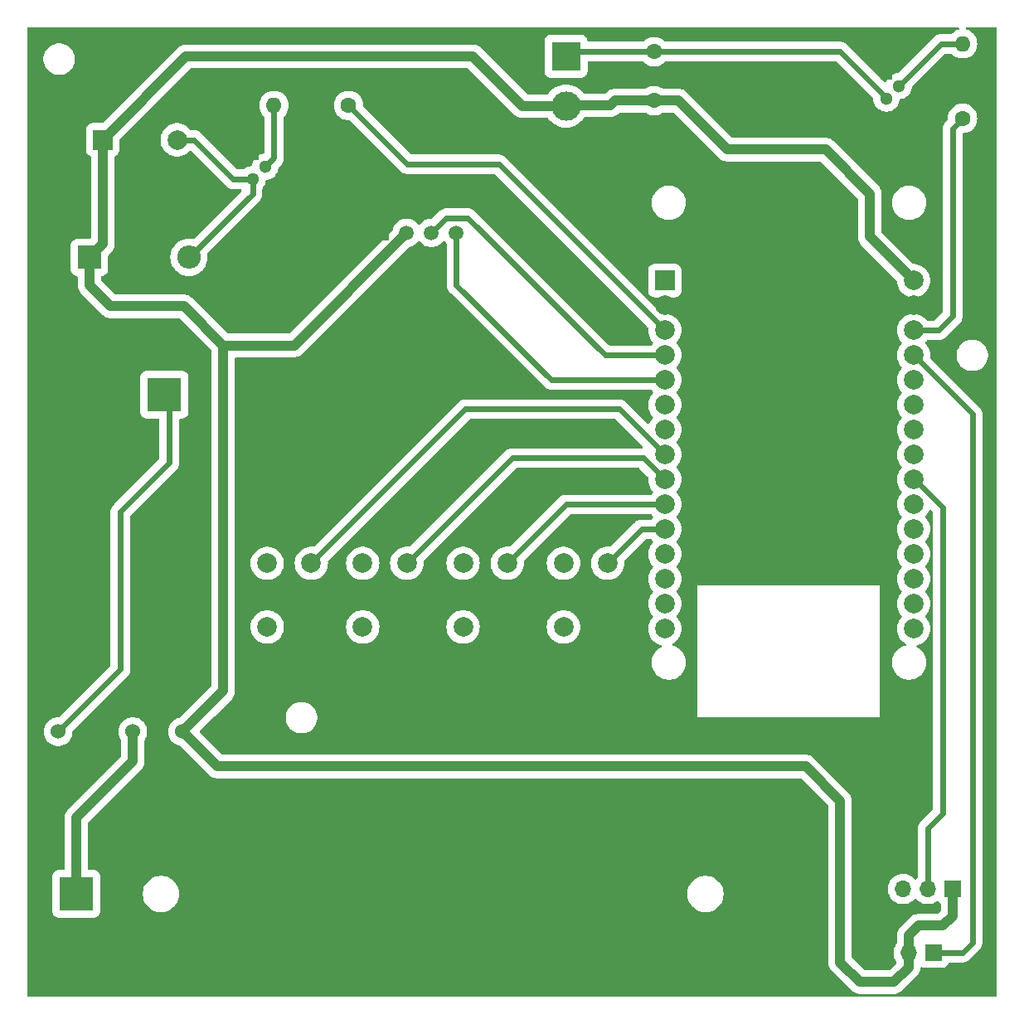
<source format=gbr>
%TF.GenerationSoftware,KiCad,Pcbnew,8.0.4*%
%TF.CreationDate,2024-09-09T12:33:27-05:00*%
%TF.ProjectId,Sistema de riego,53697374-656d-4612-9064-652072696567,rev?*%
%TF.SameCoordinates,Original*%
%TF.FileFunction,Copper,L2,Bot*%
%TF.FilePolarity,Positive*%
%FSLAX46Y46*%
G04 Gerber Fmt 4.6, Leading zero omitted, Abs format (unit mm)*
G04 Created by KiCad (PCBNEW 8.0.4) date 2024-09-09 12:33:27*
%MOMM*%
%LPD*%
G01*
G04 APERTURE LIST*
G04 Aperture macros list*
%AMRoundRect*
0 Rectangle with rounded corners*
0 $1 Rounding radius*
0 $2 $3 $4 $5 $6 $7 $8 $9 X,Y pos of 4 corners*
0 Add a 4 corners polygon primitive as box body*
4,1,4,$2,$3,$4,$5,$6,$7,$8,$9,$2,$3,0*
0 Add four circle primitives for the rounded corners*
1,1,$1+$1,$2,$3*
1,1,$1+$1,$4,$5*
1,1,$1+$1,$6,$7*
1,1,$1+$1,$8,$9*
0 Add four rect primitives between the rounded corners*
20,1,$1+$1,$2,$3,$4,$5,0*
20,1,$1+$1,$4,$5,$6,$7,0*
20,1,$1+$1,$6,$7,$8,$9,0*
20,1,$1+$1,$8,$9,$2,$3,0*%
G04 Aperture macros list end*
%TA.AperFunction,ComponentPad*%
%ADD10R,2.000000X2.000000*%
%TD*%
%TA.AperFunction,ComponentPad*%
%ADD11C,2.000000*%
%TD*%
%TA.AperFunction,ComponentPad*%
%ADD12R,3.500000X3.500000*%
%TD*%
%TA.AperFunction,ComponentPad*%
%ADD13C,3.500000*%
%TD*%
%TA.AperFunction,ComponentPad*%
%ADD14R,1.300000X1.300000*%
%TD*%
%TA.AperFunction,ComponentPad*%
%ADD15C,1.300000*%
%TD*%
%TA.AperFunction,ComponentPad*%
%ADD16R,3.000000X3.000000*%
%TD*%
%TA.AperFunction,ComponentPad*%
%ADD17C,3.000000*%
%TD*%
%TA.AperFunction,ComponentPad*%
%ADD18R,1.700000X1.700000*%
%TD*%
%TA.AperFunction,ComponentPad*%
%ADD19O,1.700000X1.700000*%
%TD*%
%TA.AperFunction,ComponentPad*%
%ADD20RoundRect,0.750000X-0.750000X-1.000000X0.750000X-1.000000X0.750000X1.000000X-0.750000X1.000000X0*%
%TD*%
%TA.AperFunction,ComponentPad*%
%ADD21RoundRect,0.875000X-0.875000X-0.875000X0.875000X-0.875000X0.875000X0.875000X-0.875000X0.875000X0*%
%TD*%
%TA.AperFunction,ComponentPad*%
%ADD22C,1.600000*%
%TD*%
%TA.AperFunction,ComponentPad*%
%ADD23O,1.600000X1.600000*%
%TD*%
%TA.AperFunction,ComponentPad*%
%ADD24C,1.524000*%
%TD*%
%TA.AperFunction,ComponentPad*%
%ADD25R,1.508000X1.508000*%
%TD*%
%TA.AperFunction,ComponentPad*%
%ADD26C,1.508000*%
%TD*%
%TA.AperFunction,ComponentPad*%
%ADD27R,2.400000X2.400000*%
%TD*%
%TA.AperFunction,ComponentPad*%
%ADD28O,2.400000X2.400000*%
%TD*%
%TA.AperFunction,ViaPad*%
%ADD29C,1.100000*%
%TD*%
%TA.AperFunction,Conductor*%
%ADD30C,1.000000*%
%TD*%
%TA.AperFunction,Conductor*%
%ADD31C,0.600000*%
%TD*%
G04 APERTURE END LIST*
D10*
%TO.P,BZ1,1,+*%
%TO.N,+5V*%
X38200000Y-99000000D03*
D11*
%TO.P,BZ1,2,-*%
%TO.N,/colector2*%
X45800000Y-99000000D03*
%TD*%
%TO.P,SW4,1,1*%
%TO.N,/boton 4*%
X59500000Y-142250000D03*
%TO.P,SW4,2,2*%
%TO.N,GND*%
X59500000Y-148750000D03*
%TO.P,SW4,3,3*%
%TO.N,unconnected-(SW4-Pad3)*%
X55000000Y-142250000D03*
%TO.P,SW4,4,4*%
%TO.N,unconnected-(SW4-Pad4)*%
X55000000Y-148750000D03*
%TD*%
D12*
%TO.P,BT2,1,+*%
%TO.N,+BATT*%
X35500000Y-176000000D03*
D13*
%TO.P,BT2,2,-*%
%TO.N,GND*%
X107500000Y-176000000D03*
%TD*%
D14*
%TO.P,Q1,1,E*%
%TO.N,GND*%
X53500000Y-100500000D03*
D15*
%TO.P,Q1,2,B*%
%TO.N,Net-(Q1-B)*%
X54770000Y-101770000D03*
%TO.P,Q1,3,C*%
%TO.N,/colector2*%
X53500000Y-103040000D03*
%TD*%
D16*
%TO.P,J4,1,Pin_1*%
%TO.N,/colector1*%
X85500000Y-90460000D03*
D17*
%TO.P,J4,2,Pin_2*%
%TO.N,+5V*%
X85500000Y-95540000D03*
%TD*%
D18*
%TO.P,J1,1,Pin_1*%
%TO.N,+5V*%
X125000000Y-175500000D03*
D19*
%TO.P,J1,2,Pin_2*%
%TO.N,/onewire*%
X122460000Y-175500000D03*
%TO.P,J1,3,Pin_3*%
%TO.N,unconnected-(J1-Pin_3-Pad3)*%
X119920000Y-175500000D03*
%TO.P,J1,4,Pin_4*%
%TO.N,GND*%
X117380000Y-175500000D03*
%TD*%
D12*
%TO.P,J2,1*%
%TO.N,VDC*%
X44500000Y-125042500D03*
D20*
%TO.P,J2,2*%
%TO.N,GND*%
X38500000Y-125042500D03*
D21*
%TO.P,J2,3*%
X41500000Y-129742500D03*
%TD*%
D22*
%TO.P,R1,1*%
%TO.N,/bomba*%
X126000000Y-96810000D03*
D23*
%TO.P,R1,2*%
%TO.N,Net-(Q2-B)*%
X126000000Y-89190000D03*
%TD*%
D24*
%TO.P,U4,1,VIN*%
%TO.N,VDC*%
X33650000Y-159430000D03*
%TO.P,U4,2,GND*%
%TO.N,GND*%
X36190000Y-159430000D03*
%TO.P,U4,3,GND*%
X38730000Y-159430000D03*
%TO.P,U4,4,BAT*%
%TO.N,+BATT*%
X41270000Y-159430000D03*
%TO.P,U4,5,GND*%
%TO.N,GND*%
X43810000Y-159430000D03*
%TO.P,U4,6,OUT-5V*%
%TO.N,+5V*%
X46350000Y-159430000D03*
%TD*%
D14*
%TO.P,Q2,1,E*%
%TO.N,GND*%
X118230000Y-92230000D03*
D15*
%TO.P,Q2,2,B*%
%TO.N,Net-(Q2-B)*%
X119500000Y-93500000D03*
%TO.P,Q2,3,C*%
%TO.N,/colector1*%
X118230000Y-94770000D03*
%TD*%
D10*
%TO.P,U2,1,3V3*%
%TO.N,unconnected-(U2-3V3-Pad1)*%
X95600000Y-113380000D03*
D11*
%TO.P,U2,2,GND*%
%TO.N,GND*%
X95600000Y-115920000D03*
%TO.P,U2,3,D15*%
%TO.N,/buzzer*%
X95600000Y-118460000D03*
%TO.P,U2,4,D2*%
%TO.N,/scl*%
X95600000Y-121000000D03*
%TO.P,U2,5,D4*%
%TO.N,/sda*%
X95600000Y-123540000D03*
%TO.P,U2,6,RX2*%
%TO.N,unconnected-(U2-RX2-Pad6)*%
X95600000Y-126080000D03*
%TO.P,U2,7,TX2*%
%TO.N,unconnected-(U2-TX2-Pad7)*%
X95600000Y-128620000D03*
%TO.P,U2,8,D5*%
%TO.N,/boton 4*%
X95600000Y-131160000D03*
%TO.P,U2,9,D18*%
%TO.N,/boton 3*%
X95600000Y-133700000D03*
%TO.P,U2,10,D19*%
%TO.N,/boton 2*%
X95600000Y-136240000D03*
%TO.P,U2,11,D21*%
%TO.N,/boton 1*%
X95600000Y-138780000D03*
%TO.P,U2,12,RX0*%
%TO.N,unconnected-(U2-RX0-Pad12)*%
X95600000Y-141320000D03*
%TO.P,U2,13,TX0*%
%TO.N,unconnected-(U2-TX0-Pad13)*%
X95600000Y-143860000D03*
%TO.P,U2,14,D22*%
%TO.N,unconnected-(U2-D22-Pad14)*%
X95600000Y-146400000D03*
%TO.P,U2,15,D23*%
%TO.N,unconnected-(U2-D23-Pad15)*%
X95600000Y-148940000D03*
%TO.P,U2,16,EN*%
%TO.N,unconnected-(U2-EN-Pad16)*%
X121000000Y-148940000D03*
%TO.P,U2,17,VP*%
%TO.N,unconnected-(U2-VP-Pad17)*%
X121000000Y-146400000D03*
%TO.P,U2,18,VN*%
%TO.N,unconnected-(U2-VN-Pad18)*%
X121000000Y-143860000D03*
%TO.P,U2,19,D34*%
%TO.N,unconnected-(U2-D34-Pad19)*%
X121000000Y-141320000D03*
%TO.P,U2,20,D35*%
%TO.N,unconnected-(U2-D35-Pad20)*%
X121000000Y-138780000D03*
%TO.P,U2,21,D32*%
%TO.N,unconnected-(U2-D32-Pad21)*%
X121000000Y-136240000D03*
%TO.P,U2,22,D33*%
%TO.N,/onewire*%
X121000000Y-133700000D03*
%TO.P,U2,23,D25*%
%TO.N,unconnected-(U2-D25-Pad23)*%
X121000000Y-131160000D03*
%TO.P,U2,24,D26*%
%TO.N,unconnected-(U2-D26-Pad24)*%
X121000000Y-128620000D03*
%TO.P,U2,25,D27*%
%TO.N,unconnected-(U2-D27-Pad25)*%
X121000000Y-126080000D03*
%TO.P,U2,26,D14*%
%TO.N,unconnected-(U2-D14-Pad26)*%
X121000000Y-123540000D03*
%TO.P,U2,27,D12*%
%TO.N,/adc_agua*%
X121000000Y-121000000D03*
%TO.P,U2,28,D13*%
%TO.N,/bomba*%
X121000000Y-118460000D03*
%TO.P,U2,29,GND*%
%TO.N,GND*%
X121000000Y-115920000D03*
%TO.P,U2,30,VIN*%
%TO.N,+5V*%
X121000000Y-113380000D03*
%TD*%
D25*
%TO.P,U1,1,GND*%
%TO.N,GND*%
X66690000Y-108500000D03*
D26*
%TO.P,U1,2,VCC_IN*%
%TO.N,+5V*%
X69230000Y-108500000D03*
%TO.P,U1,3,SCL*%
%TO.N,/scl*%
X71770000Y-108500000D03*
%TO.P,U1,4,SDA*%
%TO.N,/sda*%
X74310000Y-108500000D03*
%TD*%
D18*
%TO.P,J3,1,Pin_1*%
%TO.N,/adc_agua*%
X123040000Y-182000000D03*
D19*
%TO.P,J3,2,Pin_2*%
%TO.N,+5V*%
X120500000Y-182000000D03*
%TO.P,J3,3,Pin_3*%
%TO.N,GND*%
X117960000Y-182000000D03*
%TD*%
D22*
%TO.P,C1,1*%
%TO.N,+5V*%
X94500000Y-95000000D03*
%TO.P,C1,2*%
%TO.N,/colector1*%
X94500000Y-90000000D03*
%TD*%
D11*
%TO.P,SW1,1,1*%
%TO.N,/boton 1*%
X89750000Y-142250000D03*
%TO.P,SW1,2,2*%
%TO.N,GND*%
X89750000Y-148750000D03*
%TO.P,SW1,3,3*%
%TO.N,unconnected-(SW1-Pad3)*%
X85250000Y-142250000D03*
%TO.P,SW1,4,4*%
%TO.N,unconnected-(SW1-Pad4)*%
X85250000Y-148750000D03*
%TD*%
D27*
%TO.P,D1,1,K*%
%TO.N,+5V*%
X36840000Y-111000000D03*
D28*
%TO.P,D1,2,A*%
%TO.N,/colector2*%
X47000000Y-111000000D03*
%TD*%
D11*
%TO.P,SW3,1,1*%
%TO.N,/boton 3*%
X69250000Y-142250000D03*
%TO.P,SW3,2,2*%
%TO.N,GND*%
X69250000Y-148750000D03*
%TO.P,SW3,3,3*%
%TO.N,unconnected-(SW3-Pad3)*%
X64750000Y-142250000D03*
%TO.P,SW3,4,4*%
%TO.N,unconnected-(SW3-Pad4)*%
X64750000Y-148750000D03*
%TD*%
D22*
%TO.P,R2,1*%
%TO.N,/buzzer*%
X63310000Y-95500000D03*
D23*
%TO.P,R2,2*%
%TO.N,Net-(Q1-B)*%
X55690000Y-95500000D03*
%TD*%
D11*
%TO.P,SW2,1,1*%
%TO.N,/boton 2*%
X79500000Y-142250000D03*
%TO.P,SW2,2,2*%
%TO.N,GND*%
X79500000Y-148750000D03*
%TO.P,SW2,3,3*%
%TO.N,unconnected-(SW2-Pad3)*%
X75000000Y-142250000D03*
%TO.P,SW2,4,4*%
%TO.N,unconnected-(SW2-Pad4)*%
X75000000Y-148750000D03*
%TD*%
D29*
%TO.N,GND*%
X120000000Y-164000000D03*
%TD*%
D30*
%TO.N,+BATT*%
X35500000Y-168250000D02*
X35500000Y-176000000D01*
X41270000Y-162480000D02*
X35500000Y-168250000D01*
X41270000Y-159430000D02*
X41270000Y-162480000D01*
%TO.N,+5V*%
X113500000Y-166500000D02*
X113500000Y-183000000D01*
X113500000Y-183000000D02*
X115500000Y-185000000D01*
X115500000Y-185000000D02*
X119000000Y-185000000D01*
X119000000Y-185000000D02*
X120500000Y-183500000D01*
X49920000Y-163000000D02*
X110000000Y-163000000D01*
X110000000Y-163000000D02*
X113500000Y-166500000D01*
X120500000Y-183500000D02*
X120500000Y-182000000D01*
X46350000Y-159430000D02*
X49920000Y-163000000D01*
X120500000Y-180250000D02*
X120500000Y-182000000D01*
X124000000Y-179250000D02*
X121500000Y-179250000D01*
X125000000Y-178250000D02*
X124000000Y-179250000D01*
X125000000Y-175500000D02*
X125000000Y-178250000D01*
X121500000Y-179250000D02*
X120500000Y-180250000D01*
D31*
%TO.N,/onewire*%
X124000000Y-167750000D02*
X122460000Y-169290000D01*
X122460000Y-169290000D02*
X122460000Y-175500000D01*
X121000000Y-133560000D02*
X124000000Y-136560000D01*
X121000000Y-133280000D02*
X121000000Y-133560000D01*
X124000000Y-136560000D02*
X124000000Y-167750000D01*
%TO.N,/bomba*%
X125000000Y-117000000D02*
X125000000Y-97810000D01*
X123540000Y-118460000D02*
X125000000Y-117000000D01*
X121000000Y-118460000D02*
X123540000Y-118460000D01*
X125000000Y-97810000D02*
X126000000Y-96810000D01*
X121000000Y-118040000D02*
X121040000Y-118000000D01*
D30*
%TO.N,+5V*%
X116500000Y-108880000D02*
X121000000Y-113380000D01*
X102000000Y-100000000D02*
X112000000Y-100000000D01*
X97000000Y-95000000D02*
X102000000Y-100000000D01*
X94500000Y-95000000D02*
X97000000Y-95000000D01*
X112000000Y-100000000D02*
X116500000Y-104500000D01*
X116500000Y-104500000D02*
X116500000Y-108880000D01*
X90500000Y-95000000D02*
X90000000Y-95500000D01*
X85540000Y-95500000D02*
X85500000Y-95540000D01*
X94500000Y-95000000D02*
X90500000Y-95000000D01*
X90000000Y-95500000D02*
X85540000Y-95500000D01*
X38200000Y-109640000D02*
X36840000Y-111000000D01*
X38200000Y-99000000D02*
X38200000Y-109640000D01*
D31*
%TO.N,/sda*%
X95560000Y-123500000D02*
X95600000Y-123540000D01*
X74310000Y-113810000D02*
X84000000Y-123500000D01*
X84000000Y-123500000D02*
X95560000Y-123500000D01*
X74310000Y-108500000D02*
X74310000Y-113810000D01*
%TO.N,/boton 4*%
X90940000Y-126500000D02*
X95600000Y-131160000D01*
X75250000Y-126500000D02*
X90940000Y-126500000D01*
X59500000Y-142250000D02*
X75250000Y-126500000D01*
%TO.N,/boton 3*%
X80000000Y-131500000D02*
X93400000Y-131500000D01*
X93400000Y-131500000D02*
X95600000Y-133700000D01*
X69250000Y-142250000D02*
X80000000Y-131500000D01*
X95600000Y-133319222D02*
X95600000Y-133280000D01*
%TO.N,/boton 2*%
X85510000Y-136240000D02*
X95600000Y-136240000D01*
X79500000Y-142250000D02*
X85510000Y-136240000D01*
X95180000Y-136240000D02*
X95600000Y-135820000D01*
%TO.N,/boton 1*%
X93220000Y-138780000D02*
X95600000Y-138780000D01*
X89750000Y-142250000D02*
X93220000Y-138780000D01*
D30*
%TO.N,+5V*%
X50500000Y-155280000D02*
X50500000Y-120000000D01*
X46350000Y-159430000D02*
X50500000Y-155280000D01*
X46700000Y-90500000D02*
X76000000Y-90500000D01*
X38200000Y-99000000D02*
X46700000Y-90500000D01*
X39000000Y-116000000D02*
X36840000Y-113840000D01*
X36840000Y-113840000D02*
X36840000Y-111000000D01*
X57730000Y-120000000D02*
X50500000Y-120000000D01*
X46500000Y-116000000D02*
X39000000Y-116000000D01*
X50500000Y-120000000D02*
X46500000Y-116000000D01*
X81040000Y-95540000D02*
X85500000Y-95540000D01*
X76000000Y-90500000D02*
X81040000Y-95540000D01*
X69230000Y-108500000D02*
X57730000Y-120000000D01*
D31*
%TO.N,/colector2*%
X51540000Y-103040000D02*
X53500000Y-103040000D01*
X47500000Y-99000000D02*
X51540000Y-103040000D01*
X53500000Y-104500000D02*
X47000000Y-111000000D01*
X45800000Y-99000000D02*
X47500000Y-99000000D01*
X53500000Y-103040000D02*
X53500000Y-104500000D01*
%TO.N,/colector1*%
X85500000Y-90460000D02*
X85960000Y-90000000D01*
X118230000Y-94730000D02*
X118230000Y-94770000D01*
X85960000Y-90000000D02*
X94500000Y-90000000D01*
X94500000Y-90000000D02*
X113500000Y-90000000D01*
X113500000Y-90000000D02*
X118230000Y-94730000D01*
%TO.N,Net-(Q1-B)*%
X55690000Y-100850000D02*
X55690000Y-95500000D01*
X54770000Y-101770000D02*
X55690000Y-100850000D01*
%TO.N,/adc_agua*%
X127000000Y-181000000D02*
X126000000Y-182000000D01*
X121000000Y-120580000D02*
X121000000Y-121000000D01*
X121000000Y-121000000D02*
X127000000Y-127000000D01*
X127000000Y-127000000D02*
X127000000Y-181000000D01*
X126000000Y-182000000D02*
X123040000Y-182000000D01*
%TO.N,/buzzer*%
X78640000Y-101500000D02*
X95600000Y-118460000D01*
X69310000Y-101500000D02*
X78640000Y-101500000D01*
X63310000Y-95500000D02*
X69310000Y-101500000D01*
%TO.N,/scl*%
X95600000Y-121000000D02*
X89500000Y-121000000D01*
X73270000Y-107000000D02*
X71770000Y-108500000D01*
X89500000Y-121000000D02*
X75500000Y-107000000D01*
X75500000Y-107000000D02*
X73270000Y-107000000D01*
%TO.N,Net-(Q2-B)*%
X123810000Y-89190000D02*
X119500000Y-93500000D01*
X126000000Y-89190000D02*
X123810000Y-89190000D01*
%TO.N,VDC*%
X45000000Y-125042500D02*
X44500000Y-125042500D01*
X45000000Y-132000000D02*
X45000000Y-125042500D01*
X40000000Y-137000000D02*
X45000000Y-132000000D01*
X40000000Y-153080000D02*
X40000000Y-137000000D01*
X33650000Y-159430000D02*
X40000000Y-153080000D01*
%TD*%
%TA.AperFunction,Conductor*%
%TO.N,GND*%
G36*
X125624093Y-87520185D02*
G01*
X125669848Y-87572989D01*
X125679792Y-87642147D01*
X125650767Y-87705703D01*
X125597317Y-87741781D01*
X125395197Y-87811169D01*
X125395188Y-87811172D01*
X125176493Y-87929524D01*
X124980255Y-88082262D01*
X124980252Y-88082265D01*
X124918374Y-88149483D01*
X124858487Y-88185474D01*
X124827145Y-88189500D01*
X123711456Y-88189500D01*
X123518171Y-88227947D01*
X123518163Y-88227949D01*
X123467903Y-88248768D01*
X123336083Y-88303369D01*
X123172222Y-88412857D01*
X123172214Y-88412863D01*
X119466969Y-92118108D01*
X119405646Y-92151593D01*
X119390097Y-92153955D01*
X119264596Y-92164936D01*
X119264586Y-92164938D01*
X119036344Y-92226094D01*
X119036335Y-92226098D01*
X118822171Y-92325964D01*
X118822169Y-92325965D01*
X118628597Y-92461505D01*
X118461505Y-92628597D01*
X118325965Y-92822169D01*
X118325964Y-92822171D01*
X118226098Y-93036335D01*
X118226090Y-93036355D01*
X118223600Y-93045648D01*
X118187231Y-93105306D01*
X118124382Y-93135831D01*
X118055007Y-93127531D01*
X118016147Y-93101227D01*
X114281479Y-89366559D01*
X114281459Y-89366537D01*
X114137785Y-89222863D01*
X114137781Y-89222860D01*
X113973920Y-89113371D01*
X113973907Y-89113364D01*
X113842097Y-89058768D01*
X113791836Y-89037949D01*
X113791828Y-89037947D01*
X113695188Y-89018724D01*
X113598544Y-88999500D01*
X113598541Y-88999500D01*
X95672855Y-88999500D01*
X95605816Y-88979815D01*
X95581626Y-88959483D01*
X95519747Y-88892265D01*
X95519744Y-88892262D01*
X95323509Y-88739526D01*
X95323507Y-88739525D01*
X95323506Y-88739524D01*
X95104811Y-88621172D01*
X95104802Y-88621169D01*
X94869616Y-88540429D01*
X94624335Y-88499500D01*
X94375665Y-88499500D01*
X94130383Y-88540429D01*
X93895197Y-88621169D01*
X93895188Y-88621172D01*
X93676493Y-88739524D01*
X93480255Y-88892262D01*
X93480252Y-88892265D01*
X93418374Y-88959483D01*
X93358487Y-88995474D01*
X93327145Y-88999500D01*
X87822477Y-88999500D01*
X87755438Y-88979815D01*
X87709683Y-88927011D01*
X87698986Y-88886723D01*
X87698681Y-88883368D01*
X87694086Y-88832804D01*
X87643478Y-88670394D01*
X87555472Y-88524815D01*
X87555470Y-88524813D01*
X87555469Y-88524811D01*
X87435188Y-88404530D01*
X87289606Y-88316522D01*
X87127196Y-88265914D01*
X87127194Y-88265913D01*
X87127192Y-88265913D01*
X87077778Y-88261423D01*
X87056616Y-88259500D01*
X83943384Y-88259500D01*
X83924145Y-88261248D01*
X83872807Y-88265913D01*
X83710393Y-88316522D01*
X83564811Y-88404530D01*
X83444530Y-88524811D01*
X83356522Y-88670393D01*
X83305913Y-88832807D01*
X83299500Y-88903386D01*
X83299500Y-92016613D01*
X83305913Y-92087192D01*
X83305913Y-92087194D01*
X83305914Y-92087196D01*
X83315783Y-92118867D01*
X83356522Y-92249606D01*
X83444530Y-92395188D01*
X83564811Y-92515469D01*
X83564813Y-92515470D01*
X83564815Y-92515472D01*
X83710394Y-92603478D01*
X83872804Y-92654086D01*
X83943384Y-92660500D01*
X83943387Y-92660500D01*
X87056613Y-92660500D01*
X87056616Y-92660500D01*
X87127196Y-92654086D01*
X87289606Y-92603478D01*
X87435185Y-92515472D01*
X87555472Y-92395185D01*
X87643478Y-92249606D01*
X87694086Y-92087196D01*
X87700500Y-92016616D01*
X87700500Y-91124500D01*
X87720185Y-91057461D01*
X87772989Y-91011706D01*
X87824500Y-91000500D01*
X93327145Y-91000500D01*
X93394184Y-91020185D01*
X93418374Y-91040517D01*
X93480252Y-91107734D01*
X93480256Y-91107738D01*
X93676491Y-91260474D01*
X93676493Y-91260475D01*
X93868490Y-91364379D01*
X93895190Y-91378828D01*
X94130386Y-91459571D01*
X94375665Y-91500500D01*
X94624335Y-91500500D01*
X94869614Y-91459571D01*
X95104810Y-91378828D01*
X95323509Y-91260474D01*
X95519744Y-91107738D01*
X95544194Y-91081177D01*
X95581626Y-91040517D01*
X95641513Y-91004526D01*
X95672855Y-91000500D01*
X113034218Y-91000500D01*
X113101257Y-91020185D01*
X113121899Y-91036819D01*
X116844273Y-94759193D01*
X116877758Y-94820516D01*
X116880120Y-94836066D01*
X116894936Y-95005403D01*
X116894938Y-95005413D01*
X116956094Y-95233655D01*
X116956096Y-95233659D01*
X116956097Y-95233663D01*
X117010546Y-95350429D01*
X117055965Y-95447830D01*
X117055967Y-95447834D01*
X117127172Y-95549524D01*
X117191505Y-95641401D01*
X117358599Y-95808495D01*
X117455384Y-95876265D01*
X117552165Y-95944032D01*
X117552167Y-95944033D01*
X117552170Y-95944035D01*
X117766337Y-96043903D01*
X117994592Y-96105063D01*
X118182918Y-96121539D01*
X118229999Y-96125659D01*
X118230000Y-96125659D01*
X118230001Y-96125659D01*
X118269234Y-96122226D01*
X118465408Y-96105063D01*
X118693663Y-96043903D01*
X118907830Y-95944035D01*
X119101401Y-95808495D01*
X119268495Y-95641401D01*
X119404035Y-95447830D01*
X119503903Y-95233663D01*
X119565063Y-95005408D01*
X119569698Y-94952417D01*
X119595149Y-94887351D01*
X119651740Y-94846372D01*
X119682414Y-94839699D01*
X119735408Y-94835063D01*
X119963663Y-94773903D01*
X120177830Y-94674035D01*
X120371401Y-94538495D01*
X120538495Y-94371401D01*
X120674035Y-94177830D01*
X120773903Y-93963663D01*
X120835063Y-93735408D01*
X120846043Y-93609901D01*
X120871495Y-93544834D01*
X120881882Y-93533037D01*
X124188102Y-90226819D01*
X124249425Y-90193334D01*
X124275783Y-90190500D01*
X124827145Y-90190500D01*
X124894184Y-90210185D01*
X124918374Y-90230517D01*
X124980252Y-90297734D01*
X124980256Y-90297738D01*
X125176491Y-90450474D01*
X125395190Y-90568828D01*
X125630386Y-90649571D01*
X125875665Y-90690500D01*
X126124335Y-90690500D01*
X126369614Y-90649571D01*
X126604810Y-90568828D01*
X126823509Y-90450474D01*
X127019744Y-90297738D01*
X127188164Y-90114785D01*
X127324173Y-89906607D01*
X127424063Y-89678881D01*
X127485108Y-89437821D01*
X127489282Y-89387453D01*
X127505643Y-89190005D01*
X127505643Y-89189994D01*
X127485109Y-88942187D01*
X127485107Y-88942175D01*
X127424063Y-88701118D01*
X127324173Y-88473393D01*
X127188166Y-88265217D01*
X127081625Y-88149483D01*
X127019744Y-88082262D01*
X126823509Y-87929526D01*
X126823507Y-87929525D01*
X126823506Y-87929524D01*
X126604811Y-87811172D01*
X126604802Y-87811169D01*
X126402683Y-87741781D01*
X126345668Y-87701396D01*
X126319537Y-87636596D01*
X126332588Y-87567956D01*
X126380677Y-87517268D01*
X126442946Y-87500500D01*
X129375500Y-87500500D01*
X129442539Y-87520185D01*
X129488294Y-87572989D01*
X129499500Y-87624500D01*
X129499500Y-186375500D01*
X129479815Y-186442539D01*
X129427011Y-186488294D01*
X129375500Y-186499500D01*
X30624500Y-186499500D01*
X30557461Y-186479815D01*
X30511706Y-186427011D01*
X30500500Y-186375500D01*
X30500500Y-174193386D01*
X33049500Y-174193386D01*
X33049500Y-177806613D01*
X33055913Y-177877192D01*
X33055913Y-177877194D01*
X33055914Y-177877196D01*
X33106522Y-178039606D01*
X33165673Y-178137454D01*
X33194530Y-178185188D01*
X33314811Y-178305469D01*
X33314813Y-178305470D01*
X33314815Y-178305472D01*
X33460394Y-178393478D01*
X33622804Y-178444086D01*
X33693384Y-178450500D01*
X33693387Y-178450500D01*
X37306613Y-178450500D01*
X37306616Y-178450500D01*
X37377196Y-178444086D01*
X37539606Y-178393478D01*
X37685185Y-178305472D01*
X37805472Y-178185185D01*
X37893478Y-178039606D01*
X37944086Y-177877196D01*
X37950500Y-177806616D01*
X37950500Y-175878711D01*
X42294500Y-175878711D01*
X42294500Y-176121288D01*
X42326161Y-176361785D01*
X42388947Y-176596104D01*
X42481773Y-176820205D01*
X42481776Y-176820212D01*
X42603064Y-177030289D01*
X42603066Y-177030292D01*
X42603067Y-177030293D01*
X42750733Y-177222736D01*
X42750739Y-177222743D01*
X42922256Y-177394260D01*
X42922262Y-177394265D01*
X43114711Y-177541936D01*
X43324788Y-177663224D01*
X43520269Y-177744195D01*
X43540889Y-177752736D01*
X43548900Y-177756054D01*
X43783211Y-177818838D01*
X43963586Y-177842584D01*
X44023711Y-177850500D01*
X44023712Y-177850500D01*
X44266289Y-177850500D01*
X44314388Y-177844167D01*
X44506789Y-177818838D01*
X44741100Y-177756054D01*
X44965212Y-177663224D01*
X45175289Y-177541936D01*
X45367738Y-177394265D01*
X45539265Y-177222738D01*
X45686936Y-177030289D01*
X45808224Y-176820212D01*
X45901054Y-176596100D01*
X45963838Y-176361789D01*
X45995500Y-176121288D01*
X45995500Y-175878712D01*
X45995500Y-175878711D01*
X97904500Y-175878711D01*
X97904500Y-176121288D01*
X97936161Y-176361785D01*
X97998947Y-176596104D01*
X98091773Y-176820205D01*
X98091776Y-176820212D01*
X98213064Y-177030289D01*
X98213066Y-177030292D01*
X98213067Y-177030293D01*
X98360733Y-177222736D01*
X98360739Y-177222743D01*
X98532256Y-177394260D01*
X98532262Y-177394265D01*
X98724711Y-177541936D01*
X98934788Y-177663224D01*
X99130269Y-177744195D01*
X99150889Y-177752736D01*
X99158900Y-177756054D01*
X99393211Y-177818838D01*
X99573586Y-177842584D01*
X99633711Y-177850500D01*
X99633712Y-177850500D01*
X99876289Y-177850500D01*
X99924388Y-177844167D01*
X100116789Y-177818838D01*
X100351100Y-177756054D01*
X100575212Y-177663224D01*
X100785289Y-177541936D01*
X100977738Y-177394265D01*
X101149265Y-177222738D01*
X101296936Y-177030289D01*
X101418224Y-176820212D01*
X101511054Y-176596100D01*
X101573838Y-176361789D01*
X101605500Y-176121288D01*
X101605500Y-175878712D01*
X101573838Y-175638211D01*
X101511054Y-175403900D01*
X101418224Y-175179788D01*
X101296936Y-174969711D01*
X101162040Y-174793911D01*
X101149266Y-174777263D01*
X101149260Y-174777256D01*
X100977743Y-174605739D01*
X100977736Y-174605733D01*
X100785293Y-174458067D01*
X100785292Y-174458066D01*
X100785289Y-174458064D01*
X100575212Y-174336776D01*
X100523763Y-174315465D01*
X100351104Y-174243947D01*
X100116785Y-174181161D01*
X99876289Y-174149500D01*
X99876288Y-174149500D01*
X99633712Y-174149500D01*
X99633711Y-174149500D01*
X99393214Y-174181161D01*
X99158895Y-174243947D01*
X98934794Y-174336773D01*
X98934785Y-174336777D01*
X98724706Y-174458067D01*
X98532263Y-174605733D01*
X98532256Y-174605739D01*
X98360739Y-174777256D01*
X98360733Y-174777263D01*
X98213067Y-174969706D01*
X98091777Y-175179785D01*
X98091773Y-175179794D01*
X97998947Y-175403895D01*
X97936161Y-175638214D01*
X97904500Y-175878711D01*
X45995500Y-175878711D01*
X45963838Y-175638211D01*
X45901054Y-175403900D01*
X45808224Y-175179788D01*
X45686936Y-174969711D01*
X45552040Y-174793911D01*
X45539266Y-174777263D01*
X45539260Y-174777256D01*
X45367743Y-174605739D01*
X45367736Y-174605733D01*
X45175293Y-174458067D01*
X45175292Y-174458066D01*
X45175289Y-174458064D01*
X44965212Y-174336776D01*
X44913763Y-174315465D01*
X44741104Y-174243947D01*
X44506785Y-174181161D01*
X44266289Y-174149500D01*
X44266288Y-174149500D01*
X44023712Y-174149500D01*
X44023711Y-174149500D01*
X43783214Y-174181161D01*
X43548895Y-174243947D01*
X43324794Y-174336773D01*
X43324785Y-174336777D01*
X43114706Y-174458067D01*
X42922263Y-174605733D01*
X42922256Y-174605739D01*
X42750739Y-174777256D01*
X42750733Y-174777263D01*
X42603067Y-174969706D01*
X42481777Y-175179785D01*
X42481773Y-175179794D01*
X42388947Y-175403895D01*
X42326161Y-175638214D01*
X42294500Y-175878711D01*
X37950500Y-175878711D01*
X37950500Y-174193384D01*
X37944086Y-174122804D01*
X37893478Y-173960394D01*
X37805472Y-173814815D01*
X37805470Y-173814813D01*
X37805469Y-173814811D01*
X37685188Y-173694530D01*
X37539606Y-173606522D01*
X37377196Y-173555914D01*
X37377194Y-173555913D01*
X37377192Y-173555913D01*
X37327778Y-173551423D01*
X37306616Y-173549500D01*
X37306613Y-173549500D01*
X36824500Y-173549500D01*
X36757461Y-173529815D01*
X36711706Y-173477011D01*
X36700500Y-173425500D01*
X36700500Y-168798626D01*
X36720185Y-168731587D01*
X36736819Y-168710945D01*
X39408601Y-166039163D01*
X42185690Y-163262074D01*
X42296760Y-163109199D01*
X42382547Y-162940832D01*
X42440940Y-162761118D01*
X42454077Y-162678168D01*
X42470500Y-162574487D01*
X42470500Y-160303342D01*
X42490185Y-160236303D01*
X42490691Y-160235520D01*
X42560638Y-160128459D01*
X42657998Y-159906500D01*
X42717497Y-159671545D01*
X42730247Y-159517681D01*
X42737512Y-159430005D01*
X42737512Y-159429994D01*
X42717498Y-159188463D01*
X42717496Y-159188451D01*
X42657998Y-158953501D01*
X42560638Y-158731541D01*
X42428075Y-158528637D01*
X42409408Y-158508359D01*
X42263919Y-158350316D01*
X42263914Y-158350312D01*
X42263912Y-158350310D01*
X42072661Y-158201453D01*
X42072650Y-158201446D01*
X41859499Y-158086095D01*
X41859496Y-158086094D01*
X41859493Y-158086092D01*
X41859487Y-158086090D01*
X41859485Y-158086089D01*
X41630256Y-158007393D01*
X41450952Y-157977473D01*
X41391186Y-157967500D01*
X41148814Y-157967500D01*
X41101000Y-157975478D01*
X40909743Y-158007393D01*
X40680514Y-158086089D01*
X40680500Y-158086095D01*
X40467349Y-158201446D01*
X40467338Y-158201453D01*
X40276087Y-158350310D01*
X40276084Y-158350313D01*
X40111924Y-158528637D01*
X39979361Y-158731541D01*
X39882001Y-158953501D01*
X39822503Y-159188451D01*
X39822501Y-159188463D01*
X39802488Y-159429994D01*
X39802488Y-159430005D01*
X39822501Y-159671536D01*
X39822503Y-159671548D01*
X39882001Y-159906498D01*
X39882002Y-159906500D01*
X39979362Y-160128459D01*
X40049309Y-160235520D01*
X40069496Y-160302410D01*
X40069500Y-160303342D01*
X40069500Y-161931374D01*
X40049815Y-161998413D01*
X40033181Y-162019055D01*
X34584310Y-167467925D01*
X34541566Y-167526759D01*
X34541565Y-167526759D01*
X34473242Y-167620797D01*
X34387454Y-167789163D01*
X34329059Y-167968881D01*
X34299500Y-168155513D01*
X34299500Y-173425500D01*
X34279815Y-173492539D01*
X34227011Y-173538294D01*
X34175500Y-173549500D01*
X33693384Y-173549500D01*
X33674145Y-173551248D01*
X33622807Y-173555913D01*
X33460393Y-173606522D01*
X33314811Y-173694530D01*
X33194530Y-173814811D01*
X33106522Y-173960393D01*
X33055913Y-174122807D01*
X33049500Y-174193386D01*
X30500500Y-174193386D01*
X30500500Y-159429994D01*
X32182488Y-159429994D01*
X32182488Y-159430005D01*
X32202501Y-159671536D01*
X32202503Y-159671548D01*
X32262001Y-159906498D01*
X32359361Y-160128458D01*
X32491924Y-160331362D01*
X32491927Y-160331365D01*
X32656081Y-160509684D01*
X32656084Y-160509686D01*
X32656087Y-160509689D01*
X32847338Y-160658546D01*
X32847345Y-160658550D01*
X32847347Y-160658552D01*
X33060507Y-160773908D01*
X33179544Y-160814774D01*
X33289743Y-160852606D01*
X33289745Y-160852606D01*
X33289747Y-160852607D01*
X33528814Y-160892500D01*
X33528815Y-160892500D01*
X33771185Y-160892500D01*
X33771186Y-160892500D01*
X34010253Y-160852607D01*
X34239493Y-160773908D01*
X34452653Y-160658552D01*
X34643919Y-160509684D01*
X34808073Y-160331365D01*
X34940638Y-160128459D01*
X35037998Y-159906500D01*
X35097497Y-159671545D01*
X35110247Y-159517681D01*
X35117512Y-159430004D01*
X35117512Y-159428769D01*
X35117654Y-159428283D01*
X35117936Y-159424888D01*
X35118634Y-159424945D01*
X35137197Y-159361730D01*
X35153831Y-159341088D01*
X37863789Y-156631130D01*
X40637778Y-153857141D01*
X40637782Y-153857139D01*
X40777139Y-153717782D01*
X40886632Y-153553914D01*
X40897921Y-153526661D01*
X40962049Y-153371839D01*
X40962051Y-153371835D01*
X41000500Y-153178541D01*
X41000500Y-137465781D01*
X41020185Y-137398742D01*
X41036814Y-137378105D01*
X45637778Y-132777141D01*
X45637782Y-132777139D01*
X45777139Y-132637782D01*
X45886632Y-132473914D01*
X45920959Y-132391041D01*
X45950436Y-132319878D01*
X45962049Y-132291840D01*
X45962051Y-132291836D01*
X45992694Y-132137782D01*
X46000500Y-132098541D01*
X46000500Y-127617000D01*
X46020185Y-127549961D01*
X46072989Y-127504206D01*
X46124500Y-127493000D01*
X46306613Y-127493000D01*
X46306616Y-127493000D01*
X46377196Y-127486586D01*
X46539606Y-127435978D01*
X46685185Y-127347972D01*
X46805472Y-127227685D01*
X46893478Y-127082106D01*
X46944086Y-126919696D01*
X46950500Y-126849116D01*
X46950500Y-123235884D01*
X46944086Y-123165304D01*
X46893478Y-123002894D01*
X46805472Y-122857315D01*
X46805470Y-122857313D01*
X46805469Y-122857311D01*
X46685188Y-122737030D01*
X46539606Y-122649022D01*
X46383890Y-122600500D01*
X46377196Y-122598414D01*
X46377194Y-122598413D01*
X46377192Y-122598413D01*
X46327778Y-122593923D01*
X46306616Y-122592000D01*
X42693384Y-122592000D01*
X42674145Y-122593748D01*
X42622807Y-122598413D01*
X42460393Y-122649022D01*
X42314811Y-122737030D01*
X42194530Y-122857311D01*
X42106522Y-123002893D01*
X42055913Y-123165307D01*
X42049500Y-123235886D01*
X42049500Y-126849113D01*
X42055913Y-126919692D01*
X42106522Y-127082106D01*
X42194530Y-127227688D01*
X42314811Y-127347969D01*
X42314813Y-127347970D01*
X42314815Y-127347972D01*
X42460394Y-127435978D01*
X42622804Y-127486586D01*
X42693384Y-127493000D01*
X43875500Y-127493000D01*
X43942539Y-127512685D01*
X43988294Y-127565489D01*
X43999500Y-127617000D01*
X43999500Y-131534217D01*
X43979815Y-131601256D01*
X43963181Y-131621898D01*
X41630925Y-133954154D01*
X39362221Y-136222858D01*
X39362218Y-136222861D01*
X39316917Y-136268162D01*
X39222859Y-136362219D01*
X39113371Y-136526079D01*
X39113364Y-136526092D01*
X39037950Y-136708160D01*
X39037947Y-136708170D01*
X38999500Y-136901456D01*
X38999500Y-152614218D01*
X38979815Y-152681257D01*
X38963181Y-152701899D01*
X33733899Y-157931181D01*
X33672576Y-157964666D01*
X33646218Y-157967500D01*
X33528814Y-157967500D01*
X33481000Y-157975478D01*
X33289743Y-158007393D01*
X33060514Y-158086089D01*
X33060500Y-158086095D01*
X32847349Y-158201446D01*
X32847338Y-158201453D01*
X32656087Y-158350310D01*
X32656084Y-158350313D01*
X32491924Y-158528637D01*
X32359361Y-158731541D01*
X32262001Y-158953501D01*
X32202503Y-159188451D01*
X32202501Y-159188463D01*
X32182488Y-159429994D01*
X30500500Y-159429994D01*
X30500500Y-109743386D01*
X34939500Y-109743386D01*
X34939500Y-112256613D01*
X34945913Y-112327192D01*
X34996522Y-112489606D01*
X35084530Y-112635188D01*
X35204811Y-112755469D01*
X35204813Y-112755470D01*
X35204815Y-112755472D01*
X35350394Y-112843478D01*
X35512804Y-112894086D01*
X35526720Y-112895350D01*
X35591702Y-112921019D01*
X35632492Y-112977746D01*
X35639500Y-113018841D01*
X35639500Y-113934486D01*
X35669060Y-114121118D01*
X35669059Y-114121118D01*
X35727454Y-114300836D01*
X35813240Y-114469199D01*
X35924310Y-114622074D01*
X38217926Y-116915690D01*
X38370801Y-117026760D01*
X38539168Y-117112547D01*
X38718882Y-117170940D01*
X38788870Y-117182025D01*
X38905513Y-117200500D01*
X38905518Y-117200500D01*
X38905519Y-117200500D01*
X45951374Y-117200500D01*
X46018413Y-117220185D01*
X46039055Y-117236819D01*
X49263181Y-120460945D01*
X49296666Y-120522268D01*
X49299500Y-120548626D01*
X49299500Y-154731373D01*
X49279815Y-154798412D01*
X49263181Y-154819054D01*
X46119976Y-157962258D01*
X46058653Y-157995743D01*
X46052708Y-157996885D01*
X45989748Y-158007392D01*
X45760514Y-158086089D01*
X45760500Y-158086095D01*
X45547349Y-158201446D01*
X45547338Y-158201453D01*
X45356087Y-158350310D01*
X45356084Y-158350313D01*
X45191924Y-158528637D01*
X45059361Y-158731541D01*
X44962001Y-158953501D01*
X44902503Y-159188451D01*
X44902501Y-159188463D01*
X44882488Y-159429994D01*
X44882488Y-159430005D01*
X44902501Y-159671536D01*
X44902503Y-159671548D01*
X44962001Y-159906498D01*
X45059361Y-160128458D01*
X45191924Y-160331362D01*
X45191927Y-160331365D01*
X45356081Y-160509684D01*
X45356084Y-160509686D01*
X45356087Y-160509689D01*
X45547338Y-160658546D01*
X45547345Y-160658550D01*
X45547347Y-160658552D01*
X45760507Y-160773908D01*
X45989747Y-160852607D01*
X46052704Y-160863112D01*
X46115589Y-160893562D01*
X46119976Y-160897740D01*
X49137926Y-163915690D01*
X49290801Y-164026760D01*
X49370347Y-164067290D01*
X49459163Y-164112545D01*
X49459165Y-164112545D01*
X49459168Y-164112547D01*
X49555497Y-164143846D01*
X49638881Y-164170940D01*
X49825514Y-164200500D01*
X49825519Y-164200500D01*
X109451374Y-164200500D01*
X109518413Y-164220185D01*
X109539055Y-164236819D01*
X112263181Y-166960945D01*
X112296666Y-167022268D01*
X112299500Y-167048626D01*
X112299500Y-183094486D01*
X112329059Y-183281118D01*
X112387454Y-183460836D01*
X112454538Y-183592495D01*
X112473240Y-183629199D01*
X112584310Y-183782074D01*
X114717926Y-185915690D01*
X114870801Y-186026760D01*
X115039168Y-186112547D01*
X115218882Y-186170940D01*
X115288870Y-186182025D01*
X115405513Y-186200500D01*
X115405518Y-186200500D01*
X119094486Y-186200500D01*
X119281118Y-186170940D01*
X119460832Y-186112547D01*
X119629199Y-186026760D01*
X119782074Y-185915690D01*
X121415690Y-184282074D01*
X121526760Y-184129199D01*
X121612547Y-183960832D01*
X121670940Y-183781118D01*
X121695001Y-183629199D01*
X121700500Y-183594481D01*
X121700500Y-183592495D01*
X121700713Y-183591767D01*
X121700883Y-183589618D01*
X121701334Y-183589653D01*
X121720185Y-183525456D01*
X121772989Y-183479701D01*
X121842147Y-183469757D01*
X121888648Y-183486377D01*
X121900394Y-183493478D01*
X122062804Y-183544086D01*
X122133384Y-183550500D01*
X122133387Y-183550500D01*
X123946613Y-183550500D01*
X123946616Y-183550500D01*
X124017196Y-183544086D01*
X124179606Y-183493478D01*
X124325185Y-183405472D01*
X124445472Y-183285185D01*
X124533478Y-183139606D01*
X124547538Y-183094486D01*
X124549681Y-183087610D01*
X124588418Y-183029462D01*
X124652443Y-183001488D01*
X124668066Y-183000500D01*
X126098543Y-183000500D01*
X126192521Y-182981806D01*
X126215697Y-182977196D01*
X126291836Y-182962051D01*
X126345165Y-182939961D01*
X126473914Y-182886632D01*
X126637782Y-182777139D01*
X126777139Y-182637782D01*
X126777139Y-182637780D01*
X126787347Y-182627573D01*
X126787348Y-182627570D01*
X127777140Y-181637781D01*
X127886632Y-181473914D01*
X127962052Y-181291835D01*
X128000501Y-181098540D01*
X128000501Y-180901459D01*
X128000501Y-180896349D01*
X128000500Y-180896323D01*
X128000500Y-126901456D01*
X128000499Y-126901454D01*
X127962052Y-126708171D01*
X127962051Y-126708164D01*
X127930811Y-126632745D01*
X127886632Y-126526086D01*
X127777139Y-126362218D01*
X127637782Y-126222861D01*
X127637781Y-126222860D01*
X122725248Y-121310328D01*
X122691764Y-121249006D01*
X122689277Y-121213385D01*
X122705268Y-121000000D01*
X122695829Y-120874038D01*
X125399500Y-120874038D01*
X125399500Y-121125961D01*
X125438910Y-121374785D01*
X125516760Y-121614383D01*
X125631132Y-121838848D01*
X125779201Y-122042649D01*
X125779205Y-122042654D01*
X125957345Y-122220794D01*
X125957350Y-122220798D01*
X126078694Y-122308959D01*
X126161155Y-122368870D01*
X126304184Y-122441747D01*
X126385616Y-122483239D01*
X126385618Y-122483239D01*
X126385621Y-122483241D01*
X126625215Y-122561090D01*
X126874038Y-122600500D01*
X126874039Y-122600500D01*
X127125961Y-122600500D01*
X127125962Y-122600500D01*
X127374785Y-122561090D01*
X127614379Y-122483241D01*
X127838845Y-122368870D01*
X128042656Y-122220793D01*
X128220793Y-122042656D01*
X128368870Y-121838845D01*
X128483241Y-121614379D01*
X128561090Y-121374785D01*
X128600500Y-121125962D01*
X128600500Y-120874038D01*
X128561090Y-120625215D01*
X128483241Y-120385621D01*
X128483239Y-120385618D01*
X128483239Y-120385616D01*
X128419291Y-120260112D01*
X128368870Y-120161155D01*
X128349952Y-120135117D01*
X128220798Y-119957350D01*
X128220794Y-119957345D01*
X128042654Y-119779205D01*
X128042649Y-119779201D01*
X127838848Y-119631132D01*
X127838847Y-119631131D01*
X127838845Y-119631130D01*
X127768747Y-119595413D01*
X127614383Y-119516760D01*
X127374785Y-119438910D01*
X127268336Y-119422050D01*
X127125962Y-119399500D01*
X126874038Y-119399500D01*
X126749626Y-119419205D01*
X126625214Y-119438910D01*
X126385616Y-119516760D01*
X126161151Y-119631132D01*
X125957350Y-119779201D01*
X125957345Y-119779205D01*
X125779205Y-119957345D01*
X125779201Y-119957350D01*
X125631132Y-120161151D01*
X125516760Y-120385616D01*
X125438910Y-120625214D01*
X125399500Y-120874038D01*
X122695829Y-120874038D01*
X122686222Y-120745843D01*
X122629508Y-120497363D01*
X122536393Y-120260112D01*
X122408959Y-120039388D01*
X122250050Y-119840123D01*
X122229330Y-119820898D01*
X122193576Y-119760870D01*
X122195951Y-119691041D01*
X122229331Y-119639101D01*
X122250050Y-119619877D01*
X122339917Y-119507186D01*
X122397106Y-119467047D01*
X122436864Y-119460500D01*
X123638543Y-119460500D01*
X123710900Y-119446106D01*
X123747080Y-119438910D01*
X123831836Y-119422051D01*
X123925345Y-119383318D01*
X124013914Y-119346632D01*
X124177782Y-119237139D01*
X124317139Y-119097782D01*
X124317140Y-119097779D01*
X124324206Y-119090714D01*
X124324209Y-119090710D01*
X125637778Y-117777141D01*
X125637782Y-117777139D01*
X125777139Y-117637782D01*
X125886632Y-117473914D01*
X125962051Y-117291835D01*
X125986099Y-117170940D01*
X126000500Y-117098543D01*
X126000500Y-98434500D01*
X126020185Y-98367461D01*
X126072989Y-98321706D01*
X126119282Y-98311634D01*
X126119224Y-98310924D01*
X126124328Y-98310501D01*
X126124334Y-98310500D01*
X126124335Y-98310500D01*
X126369614Y-98269571D01*
X126604810Y-98188828D01*
X126823509Y-98070474D01*
X127019744Y-97917738D01*
X127188164Y-97734785D01*
X127324173Y-97526607D01*
X127424063Y-97298881D01*
X127426434Y-97289521D01*
X127485107Y-97057824D01*
X127485108Y-97057821D01*
X127485109Y-97057812D01*
X127505643Y-96810005D01*
X127505643Y-96809994D01*
X127485109Y-96562187D01*
X127485107Y-96562175D01*
X127424063Y-96321118D01*
X127324173Y-96093393D01*
X127188166Y-95885217D01*
X127117536Y-95808493D01*
X127019744Y-95702262D01*
X126823509Y-95549526D01*
X126823507Y-95549525D01*
X126823506Y-95549524D01*
X126604811Y-95431172D01*
X126604802Y-95431169D01*
X126369616Y-95350429D01*
X126124335Y-95309500D01*
X125875665Y-95309500D01*
X125630383Y-95350429D01*
X125395197Y-95431169D01*
X125395188Y-95431172D01*
X125176493Y-95549524D01*
X124980257Y-95702261D01*
X124811833Y-95885217D01*
X124675826Y-96093393D01*
X124575936Y-96321118D01*
X124514892Y-96562175D01*
X124514890Y-96562187D01*
X124495549Y-96795609D01*
X124494357Y-96810000D01*
X124496553Y-96836502D01*
X124482470Y-96904938D01*
X124460658Y-96934421D01*
X124362220Y-97032859D01*
X124362218Y-97032861D01*
X124295752Y-97099327D01*
X124222859Y-97172219D01*
X124113371Y-97336079D01*
X124113364Y-97336092D01*
X124037950Y-97518160D01*
X124037947Y-97518170D01*
X123999500Y-97711456D01*
X123999500Y-116534218D01*
X123979815Y-116601257D01*
X123963181Y-116621899D01*
X123161899Y-117423181D01*
X123100576Y-117456666D01*
X123074218Y-117459500D01*
X122436864Y-117459500D01*
X122369825Y-117439815D01*
X122339917Y-117412813D01*
X122250050Y-117300123D01*
X122063217Y-117126768D01*
X121852634Y-116983195D01*
X121852630Y-116983193D01*
X121852627Y-116983191D01*
X121852626Y-116983190D01*
X121623006Y-116872612D01*
X121623008Y-116872612D01*
X121379466Y-116797489D01*
X121379462Y-116797488D01*
X121379458Y-116797487D01*
X121258231Y-116779214D01*
X121127440Y-116759500D01*
X121127435Y-116759500D01*
X120872565Y-116759500D01*
X120872559Y-116759500D01*
X120715609Y-116783157D01*
X120620542Y-116797487D01*
X120620539Y-116797488D01*
X120620533Y-116797489D01*
X120376992Y-116872612D01*
X120147373Y-116983190D01*
X120147372Y-116983191D01*
X119936782Y-117126768D01*
X119749952Y-117300121D01*
X119749950Y-117300123D01*
X119591041Y-117499388D01*
X119463608Y-117720109D01*
X119370492Y-117957362D01*
X119370490Y-117957369D01*
X119313777Y-118205845D01*
X119294732Y-118459995D01*
X119294732Y-118460004D01*
X119313777Y-118714154D01*
X119313778Y-118714157D01*
X119370492Y-118962637D01*
X119463607Y-119199888D01*
X119591041Y-119420612D01*
X119667716Y-119516759D01*
X119749954Y-119619882D01*
X119770669Y-119639103D01*
X119806422Y-119699132D01*
X119804046Y-119768961D01*
X119770669Y-119820897D01*
X119749954Y-119840117D01*
X119591041Y-120039388D01*
X119463608Y-120260109D01*
X119370492Y-120497362D01*
X119370490Y-120497369D01*
X119313777Y-120745845D01*
X119294732Y-120999995D01*
X119294732Y-121000004D01*
X119313777Y-121254154D01*
X119341310Y-121374785D01*
X119370492Y-121502637D01*
X119463607Y-121739888D01*
X119591041Y-121960612D01*
X119749949Y-122159876D01*
X119749954Y-122159882D01*
X119770669Y-122179103D01*
X119806422Y-122239132D01*
X119804046Y-122308961D01*
X119770669Y-122360897D01*
X119749954Y-122380117D01*
X119591041Y-122579388D01*
X119463608Y-122800109D01*
X119370492Y-123037362D01*
X119370490Y-123037369D01*
X119313777Y-123285845D01*
X119294732Y-123539995D01*
X119294732Y-123540004D01*
X119313777Y-123794154D01*
X119313778Y-123794157D01*
X119370492Y-124042637D01*
X119463607Y-124279888D01*
X119591041Y-124500612D01*
X119749949Y-124699876D01*
X119749954Y-124699882D01*
X119770669Y-124719103D01*
X119806422Y-124779132D01*
X119804046Y-124848961D01*
X119770669Y-124900897D01*
X119749954Y-124920117D01*
X119591041Y-125119388D01*
X119463608Y-125340109D01*
X119370492Y-125577362D01*
X119370490Y-125577369D01*
X119313777Y-125825845D01*
X119294732Y-126079995D01*
X119294732Y-126080004D01*
X119313777Y-126334154D01*
X119357584Y-126526086D01*
X119370492Y-126582637D01*
X119463607Y-126819888D01*
X119591041Y-127040612D01*
X119740227Y-127227685D01*
X119749954Y-127239882D01*
X119770669Y-127259103D01*
X119806422Y-127319132D01*
X119804046Y-127388961D01*
X119770669Y-127440897D01*
X119749954Y-127460117D01*
X119591041Y-127659388D01*
X119463608Y-127880109D01*
X119370492Y-128117362D01*
X119370490Y-128117369D01*
X119313777Y-128365845D01*
X119294732Y-128619995D01*
X119294732Y-128620004D01*
X119313777Y-128874154D01*
X119313778Y-128874157D01*
X119370492Y-129122637D01*
X119463607Y-129359888D01*
X119591041Y-129580612D01*
X119749949Y-129779876D01*
X119749954Y-129779882D01*
X119770669Y-129799103D01*
X119806422Y-129859132D01*
X119804046Y-129928961D01*
X119770669Y-129980897D01*
X119749954Y-130000117D01*
X119591041Y-130199388D01*
X119463608Y-130420109D01*
X119370492Y-130657362D01*
X119370490Y-130657369D01*
X119313777Y-130905845D01*
X119294732Y-131159995D01*
X119294732Y-131160004D01*
X119313777Y-131414154D01*
X119361193Y-131621898D01*
X119370492Y-131662637D01*
X119463607Y-131899888D01*
X119591041Y-132120612D01*
X119727582Y-132291828D01*
X119749951Y-132319878D01*
X119749953Y-132319881D01*
X119770669Y-132339103D01*
X119806422Y-132399132D01*
X119804046Y-132468961D01*
X119770669Y-132520897D01*
X119749954Y-132540117D01*
X119591041Y-132739388D01*
X119463608Y-132960109D01*
X119370492Y-133197362D01*
X119370490Y-133197369D01*
X119313777Y-133445845D01*
X119294732Y-133699995D01*
X119294732Y-133700004D01*
X119313777Y-133954154D01*
X119313778Y-133954157D01*
X119370492Y-134202637D01*
X119463607Y-134439888D01*
X119591041Y-134660612D01*
X119749949Y-134859876D01*
X119749954Y-134859882D01*
X119770669Y-134879103D01*
X119806422Y-134939132D01*
X119804046Y-135008961D01*
X119770669Y-135060897D01*
X119749954Y-135080117D01*
X119591041Y-135279388D01*
X119463608Y-135500109D01*
X119370492Y-135737362D01*
X119370490Y-135737369D01*
X119313777Y-135985845D01*
X119294732Y-136239995D01*
X119294732Y-136240004D01*
X119313777Y-136494154D01*
X119370155Y-136741163D01*
X119370492Y-136742637D01*
X119463607Y-136979888D01*
X119591041Y-137200612D01*
X119732583Y-137378100D01*
X119749954Y-137399882D01*
X119770669Y-137419103D01*
X119806422Y-137479132D01*
X119804046Y-137548961D01*
X119770669Y-137600897D01*
X119749954Y-137620117D01*
X119591041Y-137819388D01*
X119463608Y-138040109D01*
X119370492Y-138277362D01*
X119370490Y-138277369D01*
X119313777Y-138525845D01*
X119294732Y-138779995D01*
X119294732Y-138780004D01*
X119313777Y-139034154D01*
X119313778Y-139034157D01*
X119370492Y-139282637D01*
X119463607Y-139519888D01*
X119591041Y-139740612D01*
X119749949Y-139939876D01*
X119749954Y-139939882D01*
X119770669Y-139959103D01*
X119806422Y-140019132D01*
X119804046Y-140088961D01*
X119770669Y-140140897D01*
X119749954Y-140160117D01*
X119591041Y-140359388D01*
X119463608Y-140580109D01*
X119370492Y-140817362D01*
X119370490Y-140817369D01*
X119313777Y-141065845D01*
X119294732Y-141319995D01*
X119294732Y-141320004D01*
X119313777Y-141574154D01*
X119353312Y-141747369D01*
X119370492Y-141822637D01*
X119463607Y-142059888D01*
X119591041Y-142280612D01*
X119749949Y-142479876D01*
X119749954Y-142479882D01*
X119770669Y-142499103D01*
X119806422Y-142559132D01*
X119804046Y-142628961D01*
X119770669Y-142680897D01*
X119749954Y-142700117D01*
X119591041Y-142899388D01*
X119463608Y-143120109D01*
X119370492Y-143357362D01*
X119370490Y-143357369D01*
X119313777Y-143605845D01*
X119294732Y-143859995D01*
X119294732Y-143860004D01*
X119313777Y-144114154D01*
X119313778Y-144114157D01*
X119370492Y-144362637D01*
X119463607Y-144599888D01*
X119591041Y-144820612D01*
X119749949Y-145019876D01*
X119749954Y-145019882D01*
X119770669Y-145039103D01*
X119806422Y-145099132D01*
X119804046Y-145168961D01*
X119770669Y-145220897D01*
X119749954Y-145240117D01*
X119591041Y-145439388D01*
X119463608Y-145660109D01*
X119370492Y-145897362D01*
X119370490Y-145897369D01*
X119313777Y-146145845D01*
X119294732Y-146399995D01*
X119294732Y-146400004D01*
X119313777Y-146654154D01*
X119313778Y-146654157D01*
X119370492Y-146902637D01*
X119463607Y-147139888D01*
X119591041Y-147360612D01*
X119749949Y-147559876D01*
X119749954Y-147559882D01*
X119770669Y-147579103D01*
X119806422Y-147639132D01*
X119804046Y-147708961D01*
X119770669Y-147760897D01*
X119749954Y-147780117D01*
X119591041Y-147979388D01*
X119463608Y-148200109D01*
X119370492Y-148437362D01*
X119370490Y-148437369D01*
X119313777Y-148685845D01*
X119294732Y-148939995D01*
X119294732Y-148940004D01*
X119313777Y-149194154D01*
X119327125Y-149252637D01*
X119370492Y-149442637D01*
X119463607Y-149679888D01*
X119591041Y-149900612D01*
X119749950Y-150099877D01*
X119936783Y-150273232D01*
X120147366Y-150416805D01*
X120147371Y-150416807D01*
X120147372Y-150416808D01*
X120147373Y-150416809D01*
X120171104Y-150428237D01*
X120222964Y-150475059D01*
X120241277Y-150542486D01*
X120220229Y-150609110D01*
X120166503Y-150653779D01*
X120149396Y-150659732D01*
X119966112Y-150708842D01*
X119754123Y-150796650D01*
X119754109Y-150796657D01*
X119555382Y-150911392D01*
X119373338Y-151051081D01*
X119211081Y-151213338D01*
X119071392Y-151395382D01*
X118956657Y-151594109D01*
X118956650Y-151594123D01*
X118868842Y-151806112D01*
X118809453Y-152027759D01*
X118809451Y-152027770D01*
X118779500Y-152255258D01*
X118779500Y-152484741D01*
X118796547Y-152614218D01*
X118809452Y-152712238D01*
X118809453Y-152712240D01*
X118868842Y-152933887D01*
X118956650Y-153145876D01*
X118956657Y-153145890D01*
X119071392Y-153344617D01*
X119211081Y-153526661D01*
X119211089Y-153526670D01*
X119373330Y-153688911D01*
X119373338Y-153688918D01*
X119555382Y-153828607D01*
X119555385Y-153828608D01*
X119555388Y-153828611D01*
X119754112Y-153943344D01*
X119754117Y-153943346D01*
X119754123Y-153943349D01*
X119845480Y-153981190D01*
X119966113Y-154031158D01*
X120187762Y-154090548D01*
X120415266Y-154120500D01*
X120415273Y-154120500D01*
X120644727Y-154120500D01*
X120644734Y-154120500D01*
X120872238Y-154090548D01*
X121093887Y-154031158D01*
X121305888Y-153943344D01*
X121504612Y-153828611D01*
X121686661Y-153688919D01*
X121686665Y-153688914D01*
X121686670Y-153688911D01*
X121848911Y-153526670D01*
X121848914Y-153526665D01*
X121848919Y-153526661D01*
X121988611Y-153344612D01*
X122103344Y-153145888D01*
X122191158Y-152933887D01*
X122250548Y-152712238D01*
X122280500Y-152484734D01*
X122280500Y-152255266D01*
X122250548Y-152027762D01*
X122191158Y-151806113D01*
X122103344Y-151594112D01*
X121988611Y-151395388D01*
X121988608Y-151395385D01*
X121988607Y-151395382D01*
X121848918Y-151213338D01*
X121848911Y-151213330D01*
X121686670Y-151051089D01*
X121686661Y-151051081D01*
X121504617Y-150911392D01*
X121358470Y-150827014D01*
X121310254Y-150776447D01*
X121297032Y-150707840D01*
X121323000Y-150642975D01*
X121379914Y-150602447D01*
X121383885Y-150601147D01*
X121623004Y-150527389D01*
X121852634Y-150416805D01*
X122063217Y-150273232D01*
X122250050Y-150099877D01*
X122408959Y-149900612D01*
X122536393Y-149679888D01*
X122629508Y-149442637D01*
X122686222Y-149194157D01*
X122700460Y-149004157D01*
X122705268Y-148940004D01*
X122705268Y-148939995D01*
X122686222Y-148685845D01*
X122642855Y-148495843D01*
X122629508Y-148437363D01*
X122536393Y-148200112D01*
X122408959Y-147979388D01*
X122250050Y-147780123D01*
X122229330Y-147760898D01*
X122193576Y-147700870D01*
X122195951Y-147631041D01*
X122229331Y-147579101D01*
X122250050Y-147559877D01*
X122408959Y-147360612D01*
X122536393Y-147139888D01*
X122629508Y-146902637D01*
X122686222Y-146654157D01*
X122705268Y-146400000D01*
X122686222Y-146145843D01*
X122629508Y-145897363D01*
X122536393Y-145660112D01*
X122408959Y-145439388D01*
X122250050Y-145240123D01*
X122229330Y-145220898D01*
X122193576Y-145160870D01*
X122195951Y-145091041D01*
X122229331Y-145039101D01*
X122250050Y-145019877D01*
X122408959Y-144820612D01*
X122536393Y-144599888D01*
X122629508Y-144362637D01*
X122686222Y-144114157D01*
X122705268Y-143860000D01*
X122703573Y-143837387D01*
X122686222Y-143605845D01*
X122641493Y-143409876D01*
X122629508Y-143357363D01*
X122536393Y-143120112D01*
X122408959Y-142899388D01*
X122250050Y-142700123D01*
X122229330Y-142680898D01*
X122193576Y-142620870D01*
X122195951Y-142551041D01*
X122229331Y-142499101D01*
X122250050Y-142479877D01*
X122408959Y-142280612D01*
X122536393Y-142059888D01*
X122629508Y-141822637D01*
X122686222Y-141574157D01*
X122705268Y-141320000D01*
X122686222Y-141065843D01*
X122629508Y-140817363D01*
X122536393Y-140580112D01*
X122408959Y-140359388D01*
X122250050Y-140160123D01*
X122229330Y-140140898D01*
X122193576Y-140080870D01*
X122195951Y-140011041D01*
X122229331Y-139959101D01*
X122250050Y-139939877D01*
X122408959Y-139740612D01*
X122536393Y-139519888D01*
X122629508Y-139282637D01*
X122686222Y-139034157D01*
X122705268Y-138780000D01*
X122686222Y-138525843D01*
X122629508Y-138277363D01*
X122536393Y-138040112D01*
X122408959Y-137819388D01*
X122250050Y-137620123D01*
X122229330Y-137600898D01*
X122193576Y-137540870D01*
X122195951Y-137471041D01*
X122229331Y-137419101D01*
X122234376Y-137414420D01*
X122250050Y-137399877D01*
X122408959Y-137200612D01*
X122536393Y-136979888D01*
X122599273Y-136819671D01*
X122642085Y-136764464D01*
X122707955Y-136741163D01*
X122775966Y-136757173D01*
X122802379Y-136777299D01*
X122963181Y-136938101D01*
X122996666Y-136999424D01*
X122999500Y-137025782D01*
X122999500Y-167284217D01*
X122979815Y-167351256D01*
X122963181Y-167371898D01*
X122366198Y-167968881D01*
X121822221Y-168512858D01*
X121822218Y-168512861D01*
X121752538Y-168582540D01*
X121682859Y-168652219D01*
X121573371Y-168816079D01*
X121573364Y-168816092D01*
X121497950Y-168998160D01*
X121497947Y-168998170D01*
X121459500Y-169191456D01*
X121459500Y-174258300D01*
X121439815Y-174325339D01*
X121416032Y-174352590D01*
X121360247Y-174400235D01*
X121360241Y-174400241D01*
X121284290Y-174489168D01*
X121225783Y-174527361D01*
X121155915Y-174527859D01*
X121096869Y-174490505D01*
X121095710Y-174489168D01*
X121069144Y-174458064D01*
X121019759Y-174400241D01*
X120836761Y-174243946D01*
X120834176Y-174241738D01*
X120834173Y-174241737D01*
X120626089Y-174114222D01*
X120400618Y-174020830D01*
X120400621Y-174020830D01*
X120294992Y-173995470D01*
X120163302Y-173963854D01*
X120163300Y-173963853D01*
X120163297Y-173963853D01*
X119920000Y-173944706D01*
X119676702Y-173963853D01*
X119439380Y-174020830D01*
X119213910Y-174114222D01*
X119005826Y-174241737D01*
X119005823Y-174241738D01*
X118820241Y-174400241D01*
X118661738Y-174585823D01*
X118661737Y-174585826D01*
X118534222Y-174793910D01*
X118440830Y-175019380D01*
X118383853Y-175256702D01*
X118364706Y-175500000D01*
X118383853Y-175743297D01*
X118383853Y-175743300D01*
X118383854Y-175743302D01*
X118416363Y-175878711D01*
X118440830Y-175980619D01*
X118534222Y-176206089D01*
X118661737Y-176414173D01*
X118661738Y-176414176D01*
X118661741Y-176414179D01*
X118820241Y-176599759D01*
X118961082Y-176720048D01*
X119005823Y-176758261D01*
X119005826Y-176758262D01*
X119213910Y-176885777D01*
X119439381Y-176979169D01*
X119439378Y-176979169D01*
X119439384Y-176979170D01*
X119439388Y-176979172D01*
X119676698Y-177036146D01*
X119920000Y-177055294D01*
X120163302Y-177036146D01*
X120400612Y-176979172D01*
X120626089Y-176885777D01*
X120834179Y-176758259D01*
X121019759Y-176599759D01*
X121095710Y-176510832D01*
X121154216Y-176472638D01*
X121224084Y-176472139D01*
X121283131Y-176509493D01*
X121284290Y-176510832D01*
X121357115Y-176596100D01*
X121360241Y-176599759D01*
X121471589Y-176694859D01*
X121545823Y-176758261D01*
X121545826Y-176758262D01*
X121753910Y-176885777D01*
X121979381Y-176979169D01*
X121979378Y-176979169D01*
X121979384Y-176979170D01*
X121979388Y-176979172D01*
X122216698Y-177036146D01*
X122460000Y-177055294D01*
X122703302Y-177036146D01*
X122940612Y-176979172D01*
X123166089Y-176885777D01*
X123374179Y-176758259D01*
X123397685Y-176738182D01*
X123461445Y-176709611D01*
X123530531Y-176720048D01*
X123583008Y-176766178D01*
X123584333Y-176768320D01*
X123594530Y-176785188D01*
X123714811Y-176905469D01*
X123714813Y-176905470D01*
X123714815Y-176905472D01*
X123739650Y-176920485D01*
X123786837Y-176972010D01*
X123799500Y-177026601D01*
X123799500Y-177701374D01*
X123779815Y-177768413D01*
X123763181Y-177789055D01*
X123539055Y-178013181D01*
X123477732Y-178046666D01*
X123451374Y-178049500D01*
X121405514Y-178049500D01*
X121218881Y-178079059D01*
X121039163Y-178137454D01*
X120870800Y-178223240D01*
X120783579Y-178286610D01*
X120717927Y-178334310D01*
X120717925Y-178334312D01*
X120717924Y-178334312D01*
X119584312Y-179467923D01*
X119473240Y-179620800D01*
X119387454Y-179789163D01*
X119329059Y-179968881D01*
X119299500Y-180155513D01*
X119299500Y-180972447D01*
X119279815Y-181039486D01*
X119269792Y-181052977D01*
X119241741Y-181085821D01*
X119241735Y-181085829D01*
X119114222Y-181293910D01*
X119020830Y-181519380D01*
X118963853Y-181756702D01*
X118944706Y-182000000D01*
X118963853Y-182243297D01*
X118963853Y-182243300D01*
X118963854Y-182243302D01*
X119013808Y-182451374D01*
X119020830Y-182480619D01*
X119114222Y-182706089D01*
X119244286Y-182918333D01*
X119243133Y-182919039D01*
X119264542Y-182979070D01*
X119248706Y-183047122D01*
X119228424Y-183073811D01*
X118539055Y-183763181D01*
X118477732Y-183796666D01*
X118451374Y-183799500D01*
X116048626Y-183799500D01*
X115981587Y-183779815D01*
X115960945Y-183763181D01*
X114736819Y-182539055D01*
X114703334Y-182477732D01*
X114700500Y-182451374D01*
X114700500Y-166405513D01*
X114670940Y-166218881D01*
X114612545Y-166039163D01*
X114526759Y-165870799D01*
X114415690Y-165717926D01*
X110782074Y-162084310D01*
X110629199Y-161973240D01*
X110460836Y-161887454D01*
X110281118Y-161829059D01*
X110094486Y-161799500D01*
X110094481Y-161799500D01*
X50468626Y-161799500D01*
X50401587Y-161779815D01*
X50380945Y-161763181D01*
X48135445Y-159517681D01*
X48101960Y-159456358D01*
X48106944Y-159386666D01*
X48135445Y-159342319D01*
X49603726Y-157874038D01*
X56899500Y-157874038D01*
X56899500Y-158125961D01*
X56938910Y-158374785D01*
X57016760Y-158614383D01*
X57131132Y-158838848D01*
X57279201Y-159042649D01*
X57279205Y-159042654D01*
X57457345Y-159220794D01*
X57457350Y-159220798D01*
X57622916Y-159341088D01*
X57661155Y-159368870D01*
X57804184Y-159441747D01*
X57885616Y-159483239D01*
X57885618Y-159483239D01*
X57885621Y-159483241D01*
X58125215Y-159561090D01*
X58374038Y-159600500D01*
X58374039Y-159600500D01*
X58625961Y-159600500D01*
X58625962Y-159600500D01*
X58874785Y-159561090D01*
X59114379Y-159483241D01*
X59338845Y-159368870D01*
X59542656Y-159220793D01*
X59720793Y-159042656D01*
X59868870Y-158838845D01*
X59983241Y-158614379D01*
X60061090Y-158374785D01*
X60100500Y-158125962D01*
X60100500Y-157950000D01*
X98890000Y-157950000D01*
X117580000Y-157950000D01*
X117580000Y-144460000D01*
X98890000Y-144460000D01*
X98890000Y-157950000D01*
X60100500Y-157950000D01*
X60100500Y-157874038D01*
X60061090Y-157625215D01*
X59983241Y-157385621D01*
X59983239Y-157385618D01*
X59983239Y-157385616D01*
X59941747Y-157304184D01*
X59868870Y-157161155D01*
X59849952Y-157135117D01*
X59720798Y-156957350D01*
X59720794Y-156957345D01*
X59542654Y-156779205D01*
X59542649Y-156779201D01*
X59338848Y-156631132D01*
X59338847Y-156631131D01*
X59338845Y-156631130D01*
X59268747Y-156595413D01*
X59114383Y-156516760D01*
X58874785Y-156438910D01*
X58625962Y-156399500D01*
X58374038Y-156399500D01*
X58249626Y-156419205D01*
X58125214Y-156438910D01*
X57885616Y-156516760D01*
X57661151Y-156631132D01*
X57457350Y-156779201D01*
X57457345Y-156779205D01*
X57279205Y-156957345D01*
X57279201Y-156957350D01*
X57131132Y-157161151D01*
X57016760Y-157385616D01*
X56938910Y-157625214D01*
X56899500Y-157874038D01*
X49603726Y-157874038D01*
X51415690Y-156062074D01*
X51526760Y-155909199D01*
X51612547Y-155740832D01*
X51670940Y-155561118D01*
X51684077Y-155478168D01*
X51700500Y-155374487D01*
X51700500Y-148749995D01*
X53294732Y-148749995D01*
X53294732Y-148750004D01*
X53313777Y-149004154D01*
X53357143Y-149194154D01*
X53370492Y-149252637D01*
X53463607Y-149489888D01*
X53591041Y-149710612D01*
X53749950Y-149909877D01*
X53936783Y-150083232D01*
X54147366Y-150226805D01*
X54147371Y-150226807D01*
X54147372Y-150226808D01*
X54147373Y-150226809D01*
X54269328Y-150285538D01*
X54376992Y-150337387D01*
X54376993Y-150337387D01*
X54376996Y-150337389D01*
X54620542Y-150412513D01*
X54872565Y-150450500D01*
X55127435Y-150450500D01*
X55379458Y-150412513D01*
X55623004Y-150337389D01*
X55852634Y-150226805D01*
X56063217Y-150083232D01*
X56250050Y-149909877D01*
X56408959Y-149710612D01*
X56536393Y-149489888D01*
X56629508Y-149252637D01*
X56686222Y-149004157D01*
X56705268Y-148750000D01*
X56705268Y-148749995D01*
X63044732Y-148749995D01*
X63044732Y-148750004D01*
X63063777Y-149004154D01*
X63107143Y-149194154D01*
X63120492Y-149252637D01*
X63213607Y-149489888D01*
X63341041Y-149710612D01*
X63499950Y-149909877D01*
X63686783Y-150083232D01*
X63897366Y-150226805D01*
X63897371Y-150226807D01*
X63897372Y-150226808D01*
X63897373Y-150226809D01*
X64019328Y-150285538D01*
X64126992Y-150337387D01*
X64126993Y-150337387D01*
X64126996Y-150337389D01*
X64370542Y-150412513D01*
X64622565Y-150450500D01*
X64877435Y-150450500D01*
X65129458Y-150412513D01*
X65373004Y-150337389D01*
X65602634Y-150226805D01*
X65813217Y-150083232D01*
X66000050Y-149909877D01*
X66158959Y-149710612D01*
X66286393Y-149489888D01*
X66379508Y-149252637D01*
X66436222Y-149004157D01*
X66455268Y-148750000D01*
X66455268Y-148749995D01*
X73294732Y-148749995D01*
X73294732Y-148750004D01*
X73313777Y-149004154D01*
X73357143Y-149194154D01*
X73370492Y-149252637D01*
X73463607Y-149489888D01*
X73591041Y-149710612D01*
X73749950Y-149909877D01*
X73936783Y-150083232D01*
X74147366Y-150226805D01*
X74147371Y-150226807D01*
X74147372Y-150226808D01*
X74147373Y-150226809D01*
X74269328Y-150285538D01*
X74376992Y-150337387D01*
X74376993Y-150337387D01*
X74376996Y-150337389D01*
X74620542Y-150412513D01*
X74872565Y-150450500D01*
X75127435Y-150450500D01*
X75379458Y-150412513D01*
X75623004Y-150337389D01*
X75852634Y-150226805D01*
X76063217Y-150083232D01*
X76250050Y-149909877D01*
X76408959Y-149710612D01*
X76536393Y-149489888D01*
X76629508Y-149252637D01*
X76686222Y-149004157D01*
X76705268Y-148750000D01*
X76705268Y-148749995D01*
X83544732Y-148749995D01*
X83544732Y-148750004D01*
X83563777Y-149004154D01*
X83607143Y-149194154D01*
X83620492Y-149252637D01*
X83713607Y-149489888D01*
X83841041Y-149710612D01*
X83999950Y-149909877D01*
X84186783Y-150083232D01*
X84397366Y-150226805D01*
X84397371Y-150226807D01*
X84397372Y-150226808D01*
X84397373Y-150226809D01*
X84519328Y-150285538D01*
X84626992Y-150337387D01*
X84626993Y-150337387D01*
X84626996Y-150337389D01*
X84870542Y-150412513D01*
X85122565Y-150450500D01*
X85377435Y-150450500D01*
X85629458Y-150412513D01*
X85873004Y-150337389D01*
X86102634Y-150226805D01*
X86313217Y-150083232D01*
X86500050Y-149909877D01*
X86658959Y-149710612D01*
X86786393Y-149489888D01*
X86879508Y-149252637D01*
X86936222Y-149004157D01*
X86955268Y-148750000D01*
X86950460Y-148685845D01*
X86936222Y-148495845D01*
X86922875Y-148437369D01*
X86879508Y-148247363D01*
X86786393Y-148010112D01*
X86658959Y-147789388D01*
X86500050Y-147590123D01*
X86313217Y-147416768D01*
X86102634Y-147273195D01*
X86102630Y-147273193D01*
X86102627Y-147273191D01*
X86102626Y-147273190D01*
X85873006Y-147162612D01*
X85873008Y-147162612D01*
X85629466Y-147087489D01*
X85629462Y-147087488D01*
X85629458Y-147087487D01*
X85508231Y-147069214D01*
X85377440Y-147049500D01*
X85377435Y-147049500D01*
X85122565Y-147049500D01*
X85122559Y-147049500D01*
X84965609Y-147073157D01*
X84870542Y-147087487D01*
X84870539Y-147087488D01*
X84870533Y-147087489D01*
X84626992Y-147162612D01*
X84397373Y-147273190D01*
X84397372Y-147273191D01*
X84186782Y-147416768D01*
X83999952Y-147590121D01*
X83999950Y-147590123D01*
X83841041Y-147789388D01*
X83713608Y-148010109D01*
X83620492Y-148247362D01*
X83620490Y-148247369D01*
X83563777Y-148495845D01*
X83544732Y-148749995D01*
X76705268Y-148749995D01*
X76700460Y-148685845D01*
X76686222Y-148495845D01*
X76672875Y-148437369D01*
X76629508Y-148247363D01*
X76536393Y-148010112D01*
X76408959Y-147789388D01*
X76250050Y-147590123D01*
X76063217Y-147416768D01*
X75852634Y-147273195D01*
X75852630Y-147273193D01*
X75852627Y-147273191D01*
X75852626Y-147273190D01*
X75623006Y-147162612D01*
X75623008Y-147162612D01*
X75379466Y-147087489D01*
X75379462Y-147087488D01*
X75379458Y-147087487D01*
X75258231Y-147069214D01*
X75127440Y-147049500D01*
X75127435Y-147049500D01*
X74872565Y-147049500D01*
X74872559Y-147049500D01*
X74715609Y-147073157D01*
X74620542Y-147087487D01*
X74620539Y-147087488D01*
X74620533Y-147087489D01*
X74376992Y-147162612D01*
X74147373Y-147273190D01*
X74147372Y-147273191D01*
X73936782Y-147416768D01*
X73749952Y-147590121D01*
X73749950Y-147590123D01*
X73591041Y-147789388D01*
X73463608Y-148010109D01*
X73370492Y-148247362D01*
X73370490Y-148247369D01*
X73313777Y-148495845D01*
X73294732Y-148749995D01*
X66455268Y-148749995D01*
X66450460Y-148685845D01*
X66436222Y-148495845D01*
X66422875Y-148437369D01*
X66379508Y-148247363D01*
X66286393Y-148010112D01*
X66158959Y-147789388D01*
X66000050Y-147590123D01*
X65813217Y-147416768D01*
X65602634Y-147273195D01*
X65602630Y-147273193D01*
X65602627Y-147273191D01*
X65602626Y-147273190D01*
X65373006Y-147162612D01*
X65373008Y-147162612D01*
X65129466Y-147087489D01*
X65129462Y-147087488D01*
X65129458Y-147087487D01*
X65008231Y-147069214D01*
X64877440Y-147049500D01*
X64877435Y-147049500D01*
X64622565Y-147049500D01*
X64622559Y-147049500D01*
X64465609Y-147073157D01*
X64370542Y-147087487D01*
X64370539Y-147087488D01*
X64370533Y-147087489D01*
X64126992Y-147162612D01*
X63897373Y-147273190D01*
X63897372Y-147273191D01*
X63686782Y-147416768D01*
X63499952Y-147590121D01*
X63499950Y-147590123D01*
X63341041Y-147789388D01*
X63213608Y-148010109D01*
X63120492Y-148247362D01*
X63120490Y-148247369D01*
X63063777Y-148495845D01*
X63044732Y-148749995D01*
X56705268Y-148749995D01*
X56700460Y-148685845D01*
X56686222Y-148495845D01*
X56672875Y-148437369D01*
X56629508Y-148247363D01*
X56536393Y-148010112D01*
X56408959Y-147789388D01*
X56250050Y-147590123D01*
X56063217Y-147416768D01*
X55852634Y-147273195D01*
X55852630Y-147273193D01*
X55852627Y-147273191D01*
X55852626Y-147273190D01*
X55623006Y-147162612D01*
X55623008Y-147162612D01*
X55379466Y-147087489D01*
X55379462Y-147087488D01*
X55379458Y-147087487D01*
X55258231Y-147069214D01*
X55127440Y-147049500D01*
X55127435Y-147049500D01*
X54872565Y-147049500D01*
X54872559Y-147049500D01*
X54715609Y-147073157D01*
X54620542Y-147087487D01*
X54620539Y-147087488D01*
X54620533Y-147087489D01*
X54376992Y-147162612D01*
X54147373Y-147273190D01*
X54147372Y-147273191D01*
X53936782Y-147416768D01*
X53749952Y-147590121D01*
X53749950Y-147590123D01*
X53591041Y-147789388D01*
X53463608Y-148010109D01*
X53370492Y-148247362D01*
X53370490Y-148247369D01*
X53313777Y-148495845D01*
X53294732Y-148749995D01*
X51700500Y-148749995D01*
X51700500Y-142249995D01*
X53294732Y-142249995D01*
X53294732Y-142250004D01*
X53313777Y-142504154D01*
X53358505Y-142700121D01*
X53370492Y-142752637D01*
X53463607Y-142989888D01*
X53591041Y-143210612D01*
X53749950Y-143409877D01*
X53936783Y-143583232D01*
X54147366Y-143726805D01*
X54147371Y-143726807D01*
X54147372Y-143726808D01*
X54147373Y-143726809D01*
X54269328Y-143785538D01*
X54376992Y-143837387D01*
X54376993Y-143837387D01*
X54376996Y-143837389D01*
X54620542Y-143912513D01*
X54872565Y-143950500D01*
X55127435Y-143950500D01*
X55379458Y-143912513D01*
X55623004Y-143837389D01*
X55852634Y-143726805D01*
X56063217Y-143583232D01*
X56250050Y-143409877D01*
X56408959Y-143210612D01*
X56536393Y-142989888D01*
X56629508Y-142752637D01*
X56686222Y-142504157D01*
X56705268Y-142250000D01*
X56686222Y-141995843D01*
X56629508Y-141747363D01*
X56536393Y-141510112D01*
X56408959Y-141289388D01*
X56250050Y-141090123D01*
X56063217Y-140916768D01*
X55852634Y-140773195D01*
X55852630Y-140773193D01*
X55852627Y-140773191D01*
X55852626Y-140773190D01*
X55623006Y-140662612D01*
X55623008Y-140662612D01*
X55379466Y-140587489D01*
X55379462Y-140587488D01*
X55379458Y-140587487D01*
X55258231Y-140569214D01*
X55127440Y-140549500D01*
X55127435Y-140549500D01*
X54872565Y-140549500D01*
X54872559Y-140549500D01*
X54715609Y-140573157D01*
X54620542Y-140587487D01*
X54620539Y-140587488D01*
X54620533Y-140587489D01*
X54376992Y-140662612D01*
X54147373Y-140773190D01*
X54147372Y-140773191D01*
X53936782Y-140916768D01*
X53749952Y-141090121D01*
X53749950Y-141090123D01*
X53591041Y-141289388D01*
X53463608Y-141510109D01*
X53370492Y-141747362D01*
X53370490Y-141747369D01*
X53313777Y-141995845D01*
X53294732Y-142249995D01*
X51700500Y-142249995D01*
X51700500Y-121324500D01*
X51720185Y-121257461D01*
X51772989Y-121211706D01*
X51824500Y-121200500D01*
X57824486Y-121200500D01*
X58011118Y-121170940D01*
X58190832Y-121112547D01*
X58359199Y-121026760D01*
X58512074Y-120915690D01*
X69469759Y-109958003D01*
X69531080Y-109924520D01*
X69537030Y-109923377D01*
X69588282Y-109914825D01*
X69816268Y-109836557D01*
X70028263Y-109721832D01*
X70218482Y-109573778D01*
X70381739Y-109396434D01*
X70396191Y-109374314D01*
X70449337Y-109328957D01*
X70518569Y-109319533D01*
X70581904Y-109349035D01*
X70603809Y-109374314D01*
X70618258Y-109396431D01*
X70618261Y-109396434D01*
X70768869Y-109560038D01*
X70781520Y-109573780D01*
X70781524Y-109573783D01*
X70826907Y-109609106D01*
X70971737Y-109721832D01*
X70971739Y-109721833D01*
X70971742Y-109721835D01*
X71094981Y-109788527D01*
X71183732Y-109836557D01*
X71411718Y-109914825D01*
X71649477Y-109954500D01*
X71649478Y-109954500D01*
X71890522Y-109954500D01*
X71890523Y-109954500D01*
X72128282Y-109914825D01*
X72356268Y-109836557D01*
X72568263Y-109721832D01*
X72758482Y-109573778D01*
X72921739Y-109396434D01*
X72936190Y-109374314D01*
X72989335Y-109328957D01*
X73058566Y-109319532D01*
X73121903Y-109349032D01*
X73143807Y-109374311D01*
X73158261Y-109396434D01*
X73276730Y-109525125D01*
X73307652Y-109587777D01*
X73309500Y-109609106D01*
X73309500Y-113908544D01*
X73347947Y-114101828D01*
X73347949Y-114101836D01*
X73355936Y-114121118D01*
X73355936Y-114121119D01*
X73423364Y-114283907D01*
X73423371Y-114283920D01*
X73532859Y-114447780D01*
X73532860Y-114447781D01*
X73532861Y-114447782D01*
X73672218Y-114587139D01*
X73672219Y-114587139D01*
X73679286Y-114594206D01*
X73679285Y-114594206D01*
X73679288Y-114594208D01*
X83222860Y-124137781D01*
X83222861Y-124137782D01*
X83305298Y-124220219D01*
X83362219Y-124277140D01*
X83526079Y-124386628D01*
X83526092Y-124386635D01*
X83622654Y-124426632D01*
X83622655Y-124426632D01*
X83708164Y-124462051D01*
X83901454Y-124500499D01*
X83901457Y-124500500D01*
X83901459Y-124500500D01*
X94131237Y-124500500D01*
X94198276Y-124520185D01*
X94228181Y-124547185D01*
X94349949Y-124699876D01*
X94349954Y-124699882D01*
X94370669Y-124719103D01*
X94406422Y-124779132D01*
X94404046Y-124848961D01*
X94370669Y-124900897D01*
X94349954Y-124920117D01*
X94191041Y-125119388D01*
X94063608Y-125340109D01*
X93970492Y-125577362D01*
X93970490Y-125577369D01*
X93913777Y-125825845D01*
X93894732Y-126079995D01*
X93894732Y-126080004D01*
X93913777Y-126334154D01*
X93957584Y-126526086D01*
X93970492Y-126582637D01*
X94063607Y-126819888D01*
X94191041Y-127040612D01*
X94340227Y-127227685D01*
X94349954Y-127239882D01*
X94370669Y-127259103D01*
X94406422Y-127319132D01*
X94404046Y-127388961D01*
X94370669Y-127440897D01*
X94349954Y-127460117D01*
X94191041Y-127659388D01*
X94063608Y-127880109D01*
X94063606Y-127880113D01*
X94040188Y-127939781D01*
X93997371Y-127994995D01*
X93931501Y-128018295D01*
X93863491Y-128002284D01*
X93837079Y-127982159D01*
X91721479Y-125866559D01*
X91721459Y-125866537D01*
X91577785Y-125722863D01*
X91577781Y-125722860D01*
X91413920Y-125613371D01*
X91413911Y-125613366D01*
X91326991Y-125577363D01*
X91285165Y-125560038D01*
X91258500Y-125548993D01*
X91231837Y-125537949D01*
X91231833Y-125537948D01*
X91123572Y-125516414D01*
X91038543Y-125499500D01*
X91038541Y-125499500D01*
X75354675Y-125499500D01*
X75354655Y-125499499D01*
X75348541Y-125499499D01*
X75151460Y-125499499D01*
X75151457Y-125499499D01*
X74958172Y-125537946D01*
X74958164Y-125537948D01*
X74776088Y-125613366D01*
X74776079Y-125613371D01*
X74612219Y-125722859D01*
X74612215Y-125722862D01*
X59809128Y-140525950D01*
X59747805Y-140559435D01*
X59702966Y-140560884D01*
X59627442Y-140549500D01*
X59627435Y-140549500D01*
X59372565Y-140549500D01*
X59372559Y-140549500D01*
X59215609Y-140573157D01*
X59120542Y-140587487D01*
X59120539Y-140587488D01*
X59120533Y-140587489D01*
X58876992Y-140662612D01*
X58647373Y-140773190D01*
X58647372Y-140773191D01*
X58436782Y-140916768D01*
X58249952Y-141090121D01*
X58249950Y-141090123D01*
X58091041Y-141289388D01*
X57963608Y-141510109D01*
X57870492Y-141747362D01*
X57870490Y-141747369D01*
X57813777Y-141995845D01*
X57794732Y-142249995D01*
X57794732Y-142250004D01*
X57813777Y-142504154D01*
X57858505Y-142700121D01*
X57870492Y-142752637D01*
X57963607Y-142989888D01*
X58091041Y-143210612D01*
X58249950Y-143409877D01*
X58436783Y-143583232D01*
X58647366Y-143726805D01*
X58647371Y-143726807D01*
X58647372Y-143726808D01*
X58647373Y-143726809D01*
X58769328Y-143785538D01*
X58876992Y-143837387D01*
X58876993Y-143837387D01*
X58876996Y-143837389D01*
X59120542Y-143912513D01*
X59372565Y-143950500D01*
X59627435Y-143950500D01*
X59879458Y-143912513D01*
X60123004Y-143837389D01*
X60352634Y-143726805D01*
X60563217Y-143583232D01*
X60750050Y-143409877D01*
X60908959Y-143210612D01*
X61036393Y-142989888D01*
X61129508Y-142752637D01*
X61186222Y-142504157D01*
X61205268Y-142250000D01*
X61205268Y-142249995D01*
X63044732Y-142249995D01*
X63044732Y-142250004D01*
X63063777Y-142504154D01*
X63108505Y-142700121D01*
X63120492Y-142752637D01*
X63213607Y-142989888D01*
X63341041Y-143210612D01*
X63499950Y-143409877D01*
X63686783Y-143583232D01*
X63897366Y-143726805D01*
X63897371Y-143726807D01*
X63897372Y-143726808D01*
X63897373Y-143726809D01*
X64019328Y-143785538D01*
X64126992Y-143837387D01*
X64126993Y-143837387D01*
X64126996Y-143837389D01*
X64370542Y-143912513D01*
X64622565Y-143950500D01*
X64877435Y-143950500D01*
X65129458Y-143912513D01*
X65373004Y-143837389D01*
X65602634Y-143726805D01*
X65813217Y-143583232D01*
X66000050Y-143409877D01*
X66158959Y-143210612D01*
X66286393Y-142989888D01*
X66379508Y-142752637D01*
X66436222Y-142504157D01*
X66455268Y-142250000D01*
X66436222Y-141995843D01*
X66379508Y-141747363D01*
X66286393Y-141510112D01*
X66158959Y-141289388D01*
X66000050Y-141090123D01*
X65813217Y-140916768D01*
X65602634Y-140773195D01*
X65602630Y-140773193D01*
X65602627Y-140773191D01*
X65602626Y-140773190D01*
X65373006Y-140662612D01*
X65373008Y-140662612D01*
X65129466Y-140587489D01*
X65129462Y-140587488D01*
X65129458Y-140587487D01*
X65008231Y-140569214D01*
X64877440Y-140549500D01*
X64877435Y-140549500D01*
X64622565Y-140549500D01*
X64622559Y-140549500D01*
X64465609Y-140573157D01*
X64370542Y-140587487D01*
X64370539Y-140587488D01*
X64370533Y-140587489D01*
X64126992Y-140662612D01*
X63897373Y-140773190D01*
X63897372Y-140773191D01*
X63686782Y-140916768D01*
X63499952Y-141090121D01*
X63499950Y-141090123D01*
X63341041Y-141289388D01*
X63213608Y-141510109D01*
X63120492Y-141747362D01*
X63120490Y-141747369D01*
X63063777Y-141995845D01*
X63044732Y-142249995D01*
X61205268Y-142249995D01*
X61189277Y-142036615D01*
X61203896Y-141968294D01*
X61225246Y-141939672D01*
X75628102Y-127536819D01*
X75689425Y-127503334D01*
X75715783Y-127500500D01*
X90474218Y-127500500D01*
X90541257Y-127520185D01*
X90561899Y-127536819D01*
X93312899Y-130287819D01*
X93346384Y-130349142D01*
X93341400Y-130418834D01*
X93299528Y-130474767D01*
X93234064Y-130499184D01*
X93225218Y-130499500D01*
X79901455Y-130499500D01*
X79804812Y-130518724D01*
X79708167Y-130537947D01*
X79708161Y-130537949D01*
X79654834Y-130560037D01*
X79654834Y-130560038D01*
X79609315Y-130578892D01*
X79526089Y-130613366D01*
X79526079Y-130613371D01*
X79362219Y-130722859D01*
X79292540Y-130792538D01*
X79222861Y-130862218D01*
X79222858Y-130862221D01*
X69559128Y-140525950D01*
X69497805Y-140559435D01*
X69452966Y-140560884D01*
X69377442Y-140549500D01*
X69377435Y-140549500D01*
X69122565Y-140549500D01*
X69122559Y-140549500D01*
X68965609Y-140573157D01*
X68870542Y-140587487D01*
X68870539Y-140587488D01*
X68870533Y-140587489D01*
X68626992Y-140662612D01*
X68397373Y-140773190D01*
X68397372Y-140773191D01*
X68186782Y-140916768D01*
X67999952Y-141090121D01*
X67999950Y-141090123D01*
X67841041Y-141289388D01*
X67713608Y-141510109D01*
X67620492Y-141747362D01*
X67620490Y-141747369D01*
X67563777Y-141995845D01*
X67544732Y-142249995D01*
X67544732Y-142250004D01*
X67563777Y-142504154D01*
X67608505Y-142700121D01*
X67620492Y-142752637D01*
X67713607Y-142989888D01*
X67841041Y-143210612D01*
X67999950Y-143409877D01*
X68186783Y-143583232D01*
X68397366Y-143726805D01*
X68397371Y-143726807D01*
X68397372Y-143726808D01*
X68397373Y-143726809D01*
X68519328Y-143785538D01*
X68626992Y-143837387D01*
X68626993Y-143837387D01*
X68626996Y-143837389D01*
X68870542Y-143912513D01*
X69122565Y-143950500D01*
X69377435Y-143950500D01*
X69629458Y-143912513D01*
X69873004Y-143837389D01*
X70102634Y-143726805D01*
X70313217Y-143583232D01*
X70500050Y-143409877D01*
X70658959Y-143210612D01*
X70786393Y-142989888D01*
X70879508Y-142752637D01*
X70936222Y-142504157D01*
X70955268Y-142250000D01*
X70955268Y-142249995D01*
X73294732Y-142249995D01*
X73294732Y-142250004D01*
X73313777Y-142504154D01*
X73358505Y-142700121D01*
X73370492Y-142752637D01*
X73463607Y-142989888D01*
X73591041Y-143210612D01*
X73749950Y-143409877D01*
X73936783Y-143583232D01*
X74147366Y-143726805D01*
X74147371Y-143726807D01*
X74147372Y-143726808D01*
X74147373Y-143726809D01*
X74269328Y-143785538D01*
X74376992Y-143837387D01*
X74376993Y-143837387D01*
X74376996Y-143837389D01*
X74620542Y-143912513D01*
X74872565Y-143950500D01*
X75127435Y-143950500D01*
X75379458Y-143912513D01*
X75623004Y-143837389D01*
X75852634Y-143726805D01*
X76063217Y-143583232D01*
X76250050Y-143409877D01*
X76408959Y-143210612D01*
X76536393Y-142989888D01*
X76629508Y-142752637D01*
X76686222Y-142504157D01*
X76705268Y-142250000D01*
X76686222Y-141995843D01*
X76629508Y-141747363D01*
X76536393Y-141510112D01*
X76408959Y-141289388D01*
X76250050Y-141090123D01*
X76063217Y-140916768D01*
X75852634Y-140773195D01*
X75852630Y-140773193D01*
X75852627Y-140773191D01*
X75852626Y-140773190D01*
X75623006Y-140662612D01*
X75623008Y-140662612D01*
X75379466Y-140587489D01*
X75379462Y-140587488D01*
X75379458Y-140587487D01*
X75258231Y-140569214D01*
X75127440Y-140549500D01*
X75127435Y-140549500D01*
X74872565Y-140549500D01*
X74872559Y-140549500D01*
X74715609Y-140573157D01*
X74620542Y-140587487D01*
X74620539Y-140587488D01*
X74620533Y-140587489D01*
X74376992Y-140662612D01*
X74147373Y-140773190D01*
X74147372Y-140773191D01*
X73936782Y-140916768D01*
X73749952Y-141090121D01*
X73749950Y-141090123D01*
X73591041Y-141289388D01*
X73463608Y-141510109D01*
X73370492Y-141747362D01*
X73370490Y-141747369D01*
X73313777Y-141995845D01*
X73294732Y-142249995D01*
X70955268Y-142249995D01*
X70939277Y-142036615D01*
X70953896Y-141968294D01*
X70975246Y-141939672D01*
X80378101Y-132536819D01*
X80439424Y-132503334D01*
X80465782Y-132500500D01*
X92934218Y-132500500D01*
X93001257Y-132520185D01*
X93021899Y-132536819D01*
X93874749Y-133389669D01*
X93908234Y-133450992D01*
X93910721Y-133486616D01*
X93894732Y-133699995D01*
X93894732Y-133700004D01*
X93913777Y-133954154D01*
X93913778Y-133954157D01*
X93970492Y-134202637D01*
X94063607Y-134439888D01*
X94191041Y-134660612D01*
X94349949Y-134859876D01*
X94349954Y-134859882D01*
X94370669Y-134879103D01*
X94406422Y-134939132D01*
X94404046Y-135008961D01*
X94370669Y-135060897D01*
X94349954Y-135080117D01*
X94260083Y-135192813D01*
X94202894Y-135232953D01*
X94163136Y-135239500D01*
X85614675Y-135239500D01*
X85614655Y-135239499D01*
X85608541Y-135239499D01*
X85411460Y-135239499D01*
X85411457Y-135239499D01*
X85218172Y-135277946D01*
X85218164Y-135277948D01*
X85036088Y-135353366D01*
X85036079Y-135353371D01*
X84872219Y-135462859D01*
X84872215Y-135462862D01*
X79809128Y-140525950D01*
X79747805Y-140559435D01*
X79702966Y-140560884D01*
X79627442Y-140549500D01*
X79627435Y-140549500D01*
X79372565Y-140549500D01*
X79372559Y-140549500D01*
X79215609Y-140573157D01*
X79120542Y-140587487D01*
X79120539Y-140587488D01*
X79120533Y-140587489D01*
X78876992Y-140662612D01*
X78647373Y-140773190D01*
X78647372Y-140773191D01*
X78436782Y-140916768D01*
X78249952Y-141090121D01*
X78249950Y-141090123D01*
X78091041Y-141289388D01*
X77963608Y-141510109D01*
X77870492Y-141747362D01*
X77870490Y-141747369D01*
X77813777Y-141995845D01*
X77794732Y-142249995D01*
X77794732Y-142250004D01*
X77813777Y-142504154D01*
X77858505Y-142700121D01*
X77870492Y-142752637D01*
X77963607Y-142989888D01*
X78091041Y-143210612D01*
X78249950Y-143409877D01*
X78436783Y-143583232D01*
X78647366Y-143726805D01*
X78647371Y-143726807D01*
X78647372Y-143726808D01*
X78647373Y-143726809D01*
X78769328Y-143785538D01*
X78876992Y-143837387D01*
X78876993Y-143837387D01*
X78876996Y-143837389D01*
X79120542Y-143912513D01*
X79372565Y-143950500D01*
X79627435Y-143950500D01*
X79879458Y-143912513D01*
X80123004Y-143837389D01*
X80352634Y-143726805D01*
X80563217Y-143583232D01*
X80750050Y-143409877D01*
X80908959Y-143210612D01*
X81036393Y-142989888D01*
X81129508Y-142752637D01*
X81186222Y-142504157D01*
X81205268Y-142250000D01*
X81205268Y-142249995D01*
X83544732Y-142249995D01*
X83544732Y-142250004D01*
X83563777Y-142504154D01*
X83608505Y-142700121D01*
X83620492Y-142752637D01*
X83713607Y-142989888D01*
X83841041Y-143210612D01*
X83999950Y-143409877D01*
X84186783Y-143583232D01*
X84397366Y-143726805D01*
X84397371Y-143726807D01*
X84397372Y-143726808D01*
X84397373Y-143726809D01*
X84519328Y-143785538D01*
X84626992Y-143837387D01*
X84626993Y-143837387D01*
X84626996Y-143837389D01*
X84870542Y-143912513D01*
X85122565Y-143950500D01*
X85377435Y-143950500D01*
X85629458Y-143912513D01*
X85873004Y-143837389D01*
X86102634Y-143726805D01*
X86313217Y-143583232D01*
X86500050Y-143409877D01*
X86658959Y-143210612D01*
X86786393Y-142989888D01*
X86879508Y-142752637D01*
X86936222Y-142504157D01*
X86955268Y-142250000D01*
X86936222Y-141995843D01*
X86879508Y-141747363D01*
X86786393Y-141510112D01*
X86658959Y-141289388D01*
X86500050Y-141090123D01*
X86313217Y-140916768D01*
X86102634Y-140773195D01*
X86102630Y-140773193D01*
X86102627Y-140773191D01*
X86102626Y-140773190D01*
X85873006Y-140662612D01*
X85873008Y-140662612D01*
X85629466Y-140587489D01*
X85629462Y-140587488D01*
X85629458Y-140587487D01*
X85508231Y-140569214D01*
X85377440Y-140549500D01*
X85377435Y-140549500D01*
X85122565Y-140549500D01*
X85122559Y-140549500D01*
X84965609Y-140573157D01*
X84870542Y-140587487D01*
X84870539Y-140587488D01*
X84870533Y-140587489D01*
X84626992Y-140662612D01*
X84397373Y-140773190D01*
X84397372Y-140773191D01*
X84186782Y-140916768D01*
X83999952Y-141090121D01*
X83999950Y-141090123D01*
X83841041Y-141289388D01*
X83713608Y-141510109D01*
X83620492Y-141747362D01*
X83620490Y-141747369D01*
X83563777Y-141995845D01*
X83544732Y-142249995D01*
X81205268Y-142249995D01*
X81189277Y-142036615D01*
X81203896Y-141968294D01*
X81225246Y-141939673D01*
X85888102Y-137276819D01*
X85949425Y-137243334D01*
X85975783Y-137240500D01*
X94163136Y-137240500D01*
X94230175Y-137260185D01*
X94260083Y-137287187D01*
X94349954Y-137399882D01*
X94370669Y-137419103D01*
X94406422Y-137479132D01*
X94404046Y-137548961D01*
X94370669Y-137600897D01*
X94349954Y-137620117D01*
X94260083Y-137732813D01*
X94202894Y-137772953D01*
X94163136Y-137779500D01*
X93121455Y-137779500D01*
X93024812Y-137798724D01*
X92928167Y-137817947D01*
X92928161Y-137817949D01*
X92874834Y-137840037D01*
X92874834Y-137840038D01*
X92829315Y-137858892D01*
X92746089Y-137893366D01*
X92746079Y-137893371D01*
X92582219Y-138002859D01*
X92544970Y-138040109D01*
X92442861Y-138142218D01*
X92442858Y-138142221D01*
X90059128Y-140525950D01*
X89997805Y-140559435D01*
X89952966Y-140560884D01*
X89877442Y-140549500D01*
X89877435Y-140549500D01*
X89622565Y-140549500D01*
X89622559Y-140549500D01*
X89465609Y-140573157D01*
X89370542Y-140587487D01*
X89370539Y-140587488D01*
X89370533Y-140587489D01*
X89126992Y-140662612D01*
X88897373Y-140773190D01*
X88897372Y-140773191D01*
X88686782Y-140916768D01*
X88499952Y-141090121D01*
X88499950Y-141090123D01*
X88341041Y-141289388D01*
X88213608Y-141510109D01*
X88120492Y-141747362D01*
X88120490Y-141747369D01*
X88063777Y-141995845D01*
X88044732Y-142249995D01*
X88044732Y-142250004D01*
X88063777Y-142504154D01*
X88108505Y-142700121D01*
X88120492Y-142752637D01*
X88213607Y-142989888D01*
X88341041Y-143210612D01*
X88499950Y-143409877D01*
X88686783Y-143583232D01*
X88897366Y-143726805D01*
X88897371Y-143726807D01*
X88897372Y-143726808D01*
X88897373Y-143726809D01*
X89019328Y-143785538D01*
X89126992Y-143837387D01*
X89126993Y-143837387D01*
X89126996Y-143837389D01*
X89370542Y-143912513D01*
X89622565Y-143950500D01*
X89877435Y-143950500D01*
X90129458Y-143912513D01*
X90373004Y-143837389D01*
X90602634Y-143726805D01*
X90813217Y-143583232D01*
X91000050Y-143409877D01*
X91158959Y-143210612D01*
X91286393Y-142989888D01*
X91379508Y-142752637D01*
X91436222Y-142504157D01*
X91455268Y-142250000D01*
X91439277Y-142036615D01*
X91453896Y-141968294D01*
X91475246Y-141939673D01*
X93598101Y-139816819D01*
X93659424Y-139783334D01*
X93685782Y-139780500D01*
X94163136Y-139780500D01*
X94230175Y-139800185D01*
X94260083Y-139827187D01*
X94349954Y-139939882D01*
X94370669Y-139959103D01*
X94406422Y-140019132D01*
X94404046Y-140088961D01*
X94370669Y-140140897D01*
X94349954Y-140160117D01*
X94191041Y-140359388D01*
X94063608Y-140580109D01*
X93970492Y-140817362D01*
X93970490Y-140817369D01*
X93913777Y-141065845D01*
X93894732Y-141319995D01*
X93894732Y-141320004D01*
X93913777Y-141574154D01*
X93953312Y-141747369D01*
X93970492Y-141822637D01*
X94063607Y-142059888D01*
X94191041Y-142280612D01*
X94349949Y-142479876D01*
X94349954Y-142479882D01*
X94370669Y-142499103D01*
X94406422Y-142559132D01*
X94404046Y-142628961D01*
X94370669Y-142680897D01*
X94349954Y-142700117D01*
X94191041Y-142899388D01*
X94063608Y-143120109D01*
X93970492Y-143357362D01*
X93970490Y-143357369D01*
X93913777Y-143605845D01*
X93894732Y-143859995D01*
X93894732Y-143860004D01*
X93913777Y-144114154D01*
X93913778Y-144114157D01*
X93970492Y-144362637D01*
X94063607Y-144599888D01*
X94191041Y-144820612D01*
X94349949Y-145019876D01*
X94349954Y-145019882D01*
X94370669Y-145039103D01*
X94406422Y-145099132D01*
X94404046Y-145168961D01*
X94370669Y-145220897D01*
X94349954Y-145240117D01*
X94191041Y-145439388D01*
X94063608Y-145660109D01*
X93970492Y-145897362D01*
X93970490Y-145897369D01*
X93913777Y-146145845D01*
X93894732Y-146399995D01*
X93894732Y-146400004D01*
X93913777Y-146654154D01*
X93913778Y-146654157D01*
X93970492Y-146902637D01*
X94063607Y-147139888D01*
X94191041Y-147360612D01*
X94349949Y-147559876D01*
X94349954Y-147559882D01*
X94370669Y-147579103D01*
X94406422Y-147639132D01*
X94404046Y-147708961D01*
X94370669Y-147760897D01*
X94349954Y-147780117D01*
X94191041Y-147979388D01*
X94063608Y-148200109D01*
X93970492Y-148437362D01*
X93970490Y-148437369D01*
X93913777Y-148685845D01*
X93894732Y-148939995D01*
X93894732Y-148940004D01*
X93913777Y-149194154D01*
X93927125Y-149252637D01*
X93970492Y-149442637D01*
X94063607Y-149679888D01*
X94191041Y-149900612D01*
X94349950Y-150099877D01*
X94536783Y-150273232D01*
X94747366Y-150416805D01*
X94747371Y-150416807D01*
X94747372Y-150416808D01*
X94747373Y-150416809D01*
X94788977Y-150436844D01*
X94976992Y-150527387D01*
X94976993Y-150527387D01*
X94976996Y-150527389D01*
X95170938Y-150587212D01*
X95183490Y-150591084D01*
X95241749Y-150629654D01*
X95269907Y-150693599D01*
X95259023Y-150762616D01*
X95212554Y-150814793D01*
X95208940Y-150816962D01*
X95045382Y-150911392D01*
X94863338Y-151051081D01*
X94701081Y-151213338D01*
X94561392Y-151395382D01*
X94446657Y-151594109D01*
X94446650Y-151594123D01*
X94358842Y-151806112D01*
X94299453Y-152027759D01*
X94299451Y-152027770D01*
X94269500Y-152255258D01*
X94269500Y-152484741D01*
X94286547Y-152614218D01*
X94299452Y-152712238D01*
X94299453Y-152712240D01*
X94358842Y-152933887D01*
X94446650Y-153145876D01*
X94446657Y-153145890D01*
X94561392Y-153344617D01*
X94701081Y-153526661D01*
X94701089Y-153526670D01*
X94863330Y-153688911D01*
X94863338Y-153688918D01*
X95045382Y-153828607D01*
X95045385Y-153828608D01*
X95045388Y-153828611D01*
X95244112Y-153943344D01*
X95244117Y-153943346D01*
X95244123Y-153943349D01*
X95335480Y-153981190D01*
X95456113Y-154031158D01*
X95677762Y-154090548D01*
X95905266Y-154120500D01*
X95905273Y-154120500D01*
X96134727Y-154120500D01*
X96134734Y-154120500D01*
X96362238Y-154090548D01*
X96583887Y-154031158D01*
X96795888Y-153943344D01*
X96994612Y-153828611D01*
X97176661Y-153688919D01*
X97176665Y-153688914D01*
X97176670Y-153688911D01*
X97338911Y-153526670D01*
X97338914Y-153526665D01*
X97338919Y-153526661D01*
X97478611Y-153344612D01*
X97593344Y-153145888D01*
X97681158Y-152933887D01*
X97740548Y-152712238D01*
X97770500Y-152484734D01*
X97770500Y-152255266D01*
X97740548Y-152027762D01*
X97681158Y-151806113D01*
X97593344Y-151594112D01*
X97478611Y-151395388D01*
X97478608Y-151395385D01*
X97478607Y-151395382D01*
X97338918Y-151213338D01*
X97338911Y-151213330D01*
X97176670Y-151051089D01*
X97176661Y-151051081D01*
X96994617Y-150911392D01*
X96795890Y-150796657D01*
X96795876Y-150796650D01*
X96583887Y-150708842D01*
X96580147Y-150707840D01*
X96432726Y-150668339D01*
X96373067Y-150631975D01*
X96342538Y-150569128D01*
X96350833Y-150499753D01*
X96395318Y-150445875D01*
X96411012Y-150436848D01*
X96452634Y-150416805D01*
X96663217Y-150273232D01*
X96850050Y-150099877D01*
X97008959Y-149900612D01*
X97136393Y-149679888D01*
X97229508Y-149442637D01*
X97286222Y-149194157D01*
X97300460Y-149004157D01*
X97305268Y-148940004D01*
X97305268Y-148939995D01*
X97286222Y-148685845D01*
X97242855Y-148495843D01*
X97229508Y-148437363D01*
X97136393Y-148200112D01*
X97008959Y-147979388D01*
X96850050Y-147780123D01*
X96829330Y-147760898D01*
X96793576Y-147700870D01*
X96795951Y-147631041D01*
X96829331Y-147579101D01*
X96850050Y-147559877D01*
X97008959Y-147360612D01*
X97136393Y-147139888D01*
X97229508Y-146902637D01*
X97286222Y-146654157D01*
X97305268Y-146400000D01*
X97286222Y-146145843D01*
X97229508Y-145897363D01*
X97136393Y-145660112D01*
X97008959Y-145439388D01*
X96850050Y-145240123D01*
X96829330Y-145220898D01*
X96793576Y-145160870D01*
X96795951Y-145091041D01*
X96829331Y-145039101D01*
X96850050Y-145019877D01*
X97008959Y-144820612D01*
X97136393Y-144599888D01*
X97229508Y-144362637D01*
X97286222Y-144114157D01*
X97305268Y-143860000D01*
X97303573Y-143837387D01*
X97286222Y-143605845D01*
X97241493Y-143409876D01*
X97229508Y-143357363D01*
X97136393Y-143120112D01*
X97008959Y-142899388D01*
X96850050Y-142700123D01*
X96829330Y-142680898D01*
X96793576Y-142620870D01*
X96795951Y-142551041D01*
X96829331Y-142499101D01*
X96850050Y-142479877D01*
X97008959Y-142280612D01*
X97136393Y-142059888D01*
X97229508Y-141822637D01*
X97286222Y-141574157D01*
X97305268Y-141320000D01*
X97286222Y-141065843D01*
X97229508Y-140817363D01*
X97136393Y-140580112D01*
X97008959Y-140359388D01*
X96850050Y-140160123D01*
X96829330Y-140140898D01*
X96793576Y-140080870D01*
X96795951Y-140011041D01*
X96829331Y-139959101D01*
X96850050Y-139939877D01*
X97008959Y-139740612D01*
X97136393Y-139519888D01*
X97229508Y-139282637D01*
X97286222Y-139034157D01*
X97305268Y-138780000D01*
X97286222Y-138525843D01*
X97229508Y-138277363D01*
X97136393Y-138040112D01*
X97008959Y-137819388D01*
X96850050Y-137620123D01*
X96829330Y-137600898D01*
X96793576Y-137540870D01*
X96795951Y-137471041D01*
X96829331Y-137419101D01*
X96834376Y-137414420D01*
X96850050Y-137399877D01*
X97008959Y-137200612D01*
X97136393Y-136979888D01*
X97229508Y-136742637D01*
X97286222Y-136494157D01*
X97303157Y-136268172D01*
X97305268Y-136240004D01*
X97305268Y-136239995D01*
X97286222Y-135985845D01*
X97229509Y-135737369D01*
X97229508Y-135737363D01*
X97136393Y-135500112D01*
X97008959Y-135279388D01*
X96850050Y-135080123D01*
X96829330Y-135060898D01*
X96793576Y-135000870D01*
X96795951Y-134931041D01*
X96829331Y-134879101D01*
X96850050Y-134859877D01*
X97008959Y-134660612D01*
X97136393Y-134439888D01*
X97229508Y-134202637D01*
X97286222Y-133954157D01*
X97305268Y-133700000D01*
X97286222Y-133445843D01*
X97229508Y-133197363D01*
X97136393Y-132960112D01*
X97008959Y-132739388D01*
X96850050Y-132540123D01*
X96829330Y-132520898D01*
X96793576Y-132460870D01*
X96795951Y-132391041D01*
X96829331Y-132339101D01*
X96850050Y-132319877D01*
X97008959Y-132120612D01*
X97136393Y-131899888D01*
X97229508Y-131662637D01*
X97286222Y-131414157D01*
X97305268Y-131160000D01*
X97286222Y-130905843D01*
X97229508Y-130657363D01*
X97136393Y-130420112D01*
X97008959Y-130199388D01*
X96850050Y-130000123D01*
X96829330Y-129980898D01*
X96793576Y-129920870D01*
X96795951Y-129851041D01*
X96829331Y-129799101D01*
X96850050Y-129779877D01*
X97008959Y-129580612D01*
X97136393Y-129359888D01*
X97229508Y-129122637D01*
X97286222Y-128874157D01*
X97305268Y-128620000D01*
X97286222Y-128365843D01*
X97229508Y-128117363D01*
X97136393Y-127880112D01*
X97008959Y-127659388D01*
X96850050Y-127460123D01*
X96829330Y-127440898D01*
X96793576Y-127380870D01*
X96795951Y-127311041D01*
X96829331Y-127259101D01*
X96850050Y-127239877D01*
X97008959Y-127040612D01*
X97136393Y-126819888D01*
X97229508Y-126582637D01*
X97286222Y-126334157D01*
X97305268Y-126080000D01*
X97286222Y-125825843D01*
X97229508Y-125577363D01*
X97136393Y-125340112D01*
X97008959Y-125119388D01*
X96850050Y-124920123D01*
X96829330Y-124900898D01*
X96793576Y-124840870D01*
X96795951Y-124771041D01*
X96829331Y-124719101D01*
X96850050Y-124699877D01*
X97008959Y-124500612D01*
X97136393Y-124279888D01*
X97229508Y-124042637D01*
X97286222Y-123794157D01*
X97305268Y-123540000D01*
X97286222Y-123285843D01*
X97229508Y-123037363D01*
X97136393Y-122800112D01*
X97008959Y-122579388D01*
X96850050Y-122380123D01*
X96829330Y-122360898D01*
X96793576Y-122300870D01*
X96795951Y-122231041D01*
X96829331Y-122179101D01*
X96850050Y-122159877D01*
X97008959Y-121960612D01*
X97136393Y-121739888D01*
X97229508Y-121502637D01*
X97286222Y-121254157D01*
X97305268Y-121000000D01*
X97286222Y-120745843D01*
X97229508Y-120497363D01*
X97136393Y-120260112D01*
X97008959Y-120039388D01*
X96850050Y-119840123D01*
X96829330Y-119820898D01*
X96793576Y-119760870D01*
X96795951Y-119691041D01*
X96829331Y-119639101D01*
X96850050Y-119619877D01*
X97008959Y-119420612D01*
X97136393Y-119199888D01*
X97229508Y-118962637D01*
X97286222Y-118714157D01*
X97305268Y-118460000D01*
X97286222Y-118205843D01*
X97229508Y-117957363D01*
X97136393Y-117720112D01*
X97008959Y-117499388D01*
X96850050Y-117300123D01*
X96663217Y-117126768D01*
X96452634Y-116983195D01*
X96452630Y-116983193D01*
X96452627Y-116983191D01*
X96452626Y-116983190D01*
X96223006Y-116872612D01*
X96223008Y-116872612D01*
X95979466Y-116797489D01*
X95979462Y-116797488D01*
X95979458Y-116797487D01*
X95858231Y-116779214D01*
X95727440Y-116759500D01*
X95727435Y-116759500D01*
X95472565Y-116759500D01*
X95472557Y-116759500D01*
X95397032Y-116770884D01*
X95327807Y-116761411D01*
X95290870Y-116735950D01*
X90878306Y-112323386D01*
X93899500Y-112323386D01*
X93899500Y-114436613D01*
X93905913Y-114507192D01*
X93956522Y-114669606D01*
X94044530Y-114815188D01*
X94164811Y-114935469D01*
X94164813Y-114935470D01*
X94164815Y-114935472D01*
X94310394Y-115023478D01*
X94472804Y-115074086D01*
X94543384Y-115080500D01*
X94543387Y-115080500D01*
X96656613Y-115080500D01*
X96656616Y-115080500D01*
X96727196Y-115074086D01*
X96889606Y-115023478D01*
X97035185Y-114935472D01*
X97155472Y-114815185D01*
X97243478Y-114669606D01*
X97294086Y-114507196D01*
X97300500Y-114436616D01*
X97300500Y-112323384D01*
X97294086Y-112252804D01*
X97243478Y-112090394D01*
X97155472Y-111944815D01*
X97155470Y-111944813D01*
X97155469Y-111944811D01*
X97035188Y-111824530D01*
X96889606Y-111736522D01*
X96727196Y-111685914D01*
X96727194Y-111685913D01*
X96727192Y-111685913D01*
X96677778Y-111681423D01*
X96656616Y-111679500D01*
X94543384Y-111679500D01*
X94524145Y-111681248D01*
X94472807Y-111685913D01*
X94310393Y-111736522D01*
X94164811Y-111824530D01*
X94044530Y-111944811D01*
X93956522Y-112090393D01*
X93905913Y-112252807D01*
X93899500Y-112323386D01*
X90878306Y-112323386D01*
X83860178Y-105305258D01*
X94269500Y-105305258D01*
X94269500Y-105534741D01*
X94294446Y-105724215D01*
X94299452Y-105762238D01*
X94299453Y-105762240D01*
X94358842Y-105983887D01*
X94446650Y-106195876D01*
X94446657Y-106195890D01*
X94561392Y-106394617D01*
X94701081Y-106576661D01*
X94701089Y-106576670D01*
X94863330Y-106738911D01*
X94863338Y-106738918D01*
X95045382Y-106878607D01*
X95045385Y-106878608D01*
X95045388Y-106878611D01*
X95244112Y-106993344D01*
X95244117Y-106993346D01*
X95244123Y-106993349D01*
X95335480Y-107031190D01*
X95456113Y-107081158D01*
X95677762Y-107140548D01*
X95905266Y-107170500D01*
X95905273Y-107170500D01*
X96134727Y-107170500D01*
X96134734Y-107170500D01*
X96362238Y-107140548D01*
X96583887Y-107081158D01*
X96795888Y-106993344D01*
X96994612Y-106878611D01*
X97176661Y-106738919D01*
X97176665Y-106738914D01*
X97176670Y-106738911D01*
X97338911Y-106576670D01*
X97338914Y-106576665D01*
X97338919Y-106576661D01*
X97478611Y-106394612D01*
X97593344Y-106195888D01*
X97681158Y-105983887D01*
X97740548Y-105762238D01*
X97770500Y-105534734D01*
X97770500Y-105305266D01*
X97740548Y-105077762D01*
X97681158Y-104856113D01*
X97593344Y-104644112D01*
X97478611Y-104445388D01*
X97478608Y-104445385D01*
X97478607Y-104445382D01*
X97338918Y-104263338D01*
X97338911Y-104263330D01*
X97176670Y-104101089D01*
X97176661Y-104101081D01*
X96994617Y-103961392D01*
X96795890Y-103846657D01*
X96795876Y-103846650D01*
X96583887Y-103758842D01*
X96362238Y-103699452D01*
X96324215Y-103694446D01*
X96134741Y-103669500D01*
X96134734Y-103669500D01*
X95905266Y-103669500D01*
X95905258Y-103669500D01*
X95688715Y-103698009D01*
X95677762Y-103699452D01*
X95584076Y-103724554D01*
X95456112Y-103758842D01*
X95244123Y-103846650D01*
X95244109Y-103846657D01*
X95045382Y-103961392D01*
X94863338Y-104101081D01*
X94701081Y-104263338D01*
X94561392Y-104445382D01*
X94446657Y-104644109D01*
X94446650Y-104644123D01*
X94358842Y-104856112D01*
X94299453Y-105077759D01*
X94299451Y-105077770D01*
X94269500Y-105305258D01*
X83860178Y-105305258D01*
X79421479Y-100866559D01*
X79421459Y-100866537D01*
X79277785Y-100722863D01*
X79277781Y-100722860D01*
X79113920Y-100613371D01*
X79113907Y-100613364D01*
X78974141Y-100555472D01*
X78974140Y-100555472D01*
X78931836Y-100537949D01*
X78931828Y-100537947D01*
X78835188Y-100518724D01*
X78738544Y-100499500D01*
X78738541Y-100499500D01*
X69775783Y-100499500D01*
X69708744Y-100479815D01*
X69688102Y-100463181D01*
X64849342Y-95624422D01*
X64815857Y-95563099D01*
X64813447Y-95526499D01*
X64815643Y-95500003D01*
X64815643Y-95499995D01*
X64795109Y-95252187D01*
X64795107Y-95252175D01*
X64734063Y-95011118D01*
X64634173Y-94783393D01*
X64498166Y-94575217D01*
X64464359Y-94538493D01*
X64329744Y-94392262D01*
X64133509Y-94239526D01*
X64133507Y-94239525D01*
X64133506Y-94239524D01*
X63914811Y-94121172D01*
X63914802Y-94121169D01*
X63679616Y-94040429D01*
X63434335Y-93999500D01*
X63185665Y-93999500D01*
X62940383Y-94040429D01*
X62705197Y-94121169D01*
X62705188Y-94121172D01*
X62486493Y-94239524D01*
X62290257Y-94392261D01*
X62121833Y-94575217D01*
X61985826Y-94783393D01*
X61885936Y-95011118D01*
X61824892Y-95252175D01*
X61824890Y-95252187D01*
X61804357Y-95499994D01*
X61804357Y-95500005D01*
X61824890Y-95747812D01*
X61824892Y-95747824D01*
X61885936Y-95988881D01*
X61985826Y-96216606D01*
X62121833Y-96424782D01*
X62121836Y-96424785D01*
X62290256Y-96607738D01*
X62486491Y-96760474D01*
X62705190Y-96878828D01*
X62940386Y-96959571D01*
X63185665Y-97000500D01*
X63344218Y-97000500D01*
X63411257Y-97020185D01*
X63431898Y-97036818D01*
X68532860Y-102137781D01*
X68532861Y-102137782D01*
X68672218Y-102277139D01*
X68836086Y-102386632D01*
X68887145Y-102407781D01*
X69018164Y-102462051D01*
X69211454Y-102500499D01*
X69211457Y-102500500D01*
X69211459Y-102500500D01*
X69408540Y-102500500D01*
X78174218Y-102500500D01*
X78241257Y-102520185D01*
X78261899Y-102536819D01*
X93874749Y-118149669D01*
X93908234Y-118210992D01*
X93910721Y-118246616D01*
X93894732Y-118459995D01*
X93894732Y-118460004D01*
X93913777Y-118714154D01*
X93913778Y-118714157D01*
X93970492Y-118962637D01*
X94063607Y-119199888D01*
X94191041Y-119420612D01*
X94267716Y-119516759D01*
X94349954Y-119619882D01*
X94370669Y-119639103D01*
X94406422Y-119699132D01*
X94404046Y-119768961D01*
X94370669Y-119820897D01*
X94349954Y-119840117D01*
X94260083Y-119952813D01*
X94202894Y-119992953D01*
X94163136Y-119999500D01*
X89965782Y-119999500D01*
X89898743Y-119979815D01*
X89878101Y-119963181D01*
X76281479Y-106366559D01*
X76281459Y-106366537D01*
X76137785Y-106222863D01*
X76137781Y-106222860D01*
X75973916Y-106113369D01*
X75973911Y-106113366D01*
X75901315Y-106083296D01*
X75845165Y-106060038D01*
X75791836Y-106037949D01*
X75791832Y-106037948D01*
X75791828Y-106037946D01*
X75695188Y-106018724D01*
X75598544Y-105999500D01*
X75598541Y-105999500D01*
X73368540Y-105999500D01*
X73171459Y-105999500D01*
X73171456Y-105999500D01*
X72978171Y-106037946D01*
X72978167Y-106037948D01*
X72978165Y-106037948D01*
X72978164Y-106037949D01*
X72902745Y-106069188D01*
X72902743Y-106069189D01*
X72796085Y-106113368D01*
X72796085Y-106113369D01*
X72796084Y-106113369D01*
X72632222Y-106222857D01*
X72632214Y-106222863D01*
X71845899Y-107009181D01*
X71784576Y-107042666D01*
X71758218Y-107045500D01*
X71649477Y-107045500D01*
X71590037Y-107055418D01*
X71411715Y-107085175D01*
X71183739Y-107163440D01*
X71183725Y-107163446D01*
X70971742Y-107278164D01*
X70971733Y-107278170D01*
X70781524Y-107426216D01*
X70781520Y-107426219D01*
X70618262Y-107603564D01*
X70618259Y-107603568D01*
X70603808Y-107625688D01*
X70550662Y-107671045D01*
X70481430Y-107680468D01*
X70418095Y-107650966D01*
X70396192Y-107625688D01*
X70381740Y-107603568D01*
X70381739Y-107603566D01*
X70218482Y-107426222D01*
X70218481Y-107426221D01*
X70218479Y-107426219D01*
X70218475Y-107426216D01*
X70028266Y-107278170D01*
X70028257Y-107278164D01*
X69816274Y-107163446D01*
X69816271Y-107163445D01*
X69816268Y-107163443D01*
X69816262Y-107163441D01*
X69816260Y-107163440D01*
X69588284Y-107085175D01*
X69429776Y-107058725D01*
X69350523Y-107045500D01*
X69109477Y-107045500D01*
X69050037Y-107055418D01*
X68871715Y-107085175D01*
X68643739Y-107163440D01*
X68643725Y-107163446D01*
X68431742Y-107278164D01*
X68431733Y-107278170D01*
X68241524Y-107426216D01*
X68241520Y-107426219D01*
X68078262Y-107603564D01*
X68078259Y-107603568D01*
X67946421Y-107805360D01*
X67849595Y-108026101D01*
X67849593Y-108026107D01*
X67804891Y-108202627D01*
X67772367Y-108259867D01*
X57269055Y-118763181D01*
X57207732Y-118796666D01*
X57181374Y-118799500D01*
X51048626Y-118799500D01*
X50981587Y-118779815D01*
X50960945Y-118763181D01*
X47282076Y-115084312D01*
X47282074Y-115084310D01*
X47129199Y-114973240D01*
X47117712Y-114967387D01*
X46960836Y-114887454D01*
X46781118Y-114829059D01*
X46594486Y-114799500D01*
X46594481Y-114799500D01*
X39548626Y-114799500D01*
X39481587Y-114779815D01*
X39460945Y-114763181D01*
X38076819Y-113379055D01*
X38043334Y-113317732D01*
X38040500Y-113291374D01*
X38040500Y-113018841D01*
X38060185Y-112951802D01*
X38112989Y-112906047D01*
X38153277Y-112895350D01*
X38167196Y-112894086D01*
X38329606Y-112843478D01*
X38475185Y-112755472D01*
X38595472Y-112635185D01*
X38683478Y-112489606D01*
X38734086Y-112327196D01*
X38740500Y-112256616D01*
X38740500Y-110848626D01*
X38760185Y-110781587D01*
X38776819Y-110760945D01*
X38906930Y-110630834D01*
X39115690Y-110422074D01*
X39226760Y-110269199D01*
X39312547Y-110100832D01*
X39370940Y-109921118D01*
X39390202Y-109799500D01*
X39400500Y-109734481D01*
X39400500Y-100762485D01*
X39420185Y-100695446D01*
X39472989Y-100649691D01*
X39487609Y-100644100D01*
X39489606Y-100643478D01*
X39635185Y-100555472D01*
X39755472Y-100435185D01*
X39843478Y-100289606D01*
X39894086Y-100127196D01*
X39900500Y-100056616D01*
X39900500Y-99048626D01*
X39914780Y-98999995D01*
X44094732Y-98999995D01*
X44094732Y-99000004D01*
X44113777Y-99254154D01*
X44113778Y-99254157D01*
X44170492Y-99502637D01*
X44263607Y-99739888D01*
X44391041Y-99960612D01*
X44549950Y-100159877D01*
X44736783Y-100333232D01*
X44947366Y-100476805D01*
X44947371Y-100476807D01*
X44947372Y-100476808D01*
X44947373Y-100476809D01*
X45069328Y-100535538D01*
X45176992Y-100587387D01*
X45176993Y-100587387D01*
X45176996Y-100587389D01*
X45420542Y-100662513D01*
X45672565Y-100700500D01*
X45927435Y-100700500D01*
X46179458Y-100662513D01*
X46423004Y-100587389D01*
X46652634Y-100476805D01*
X46863217Y-100333232D01*
X47050050Y-100159877D01*
X47050062Y-100159861D01*
X47053204Y-100156477D01*
X47053946Y-100157165D01*
X47107191Y-100119788D01*
X47177002Y-100116934D01*
X47234638Y-100149558D01*
X50759735Y-103674655D01*
X50759764Y-103674686D01*
X50902214Y-103817136D01*
X50902218Y-103817139D01*
X51066079Y-103926628D01*
X51066092Y-103926635D01*
X51194833Y-103979961D01*
X51237744Y-103997735D01*
X51248164Y-104002051D01*
X51344812Y-104021275D01*
X51393135Y-104030887D01*
X51441458Y-104040500D01*
X51441459Y-104040500D01*
X51441460Y-104040500D01*
X51638540Y-104040500D01*
X52245218Y-104040500D01*
X52312257Y-104060185D01*
X52358012Y-104112989D01*
X52367956Y-104182147D01*
X52338931Y-104245703D01*
X52332899Y-104252181D01*
X47483205Y-109101873D01*
X47421882Y-109135358D01*
X47369166Y-109135358D01*
X47271167Y-109114040D01*
X47271160Y-109114039D01*
X47000001Y-109094645D01*
X46999999Y-109094645D01*
X46728839Y-109114039D01*
X46728832Y-109114040D01*
X46463206Y-109171823D01*
X46463202Y-109171824D01*
X46463199Y-109171825D01*
X46402033Y-109194639D01*
X46208480Y-109266830D01*
X45969892Y-109397109D01*
X45969891Y-109397110D01*
X45752259Y-109560028D01*
X45752247Y-109560038D01*
X45560038Y-109752247D01*
X45560028Y-109752259D01*
X45397110Y-109969891D01*
X45397109Y-109969892D01*
X45266830Y-110208480D01*
X45219326Y-110335843D01*
X45171825Y-110463199D01*
X45171824Y-110463202D01*
X45171823Y-110463206D01*
X45114040Y-110728832D01*
X45114039Y-110728839D01*
X45094645Y-110999998D01*
X45094645Y-111000001D01*
X45114039Y-111271160D01*
X45114040Y-111271167D01*
X45171823Y-111536793D01*
X45171825Y-111536801D01*
X45239218Y-111717487D01*
X45266830Y-111791519D01*
X45397109Y-112030107D01*
X45397110Y-112030108D01*
X45397113Y-112030113D01*
X45560029Y-112247742D01*
X45560033Y-112247746D01*
X45560038Y-112247752D01*
X45752247Y-112439961D01*
X45752253Y-112439966D01*
X45752258Y-112439971D01*
X45969887Y-112602887D01*
X45969891Y-112602889D01*
X45969892Y-112602890D01*
X46208481Y-112733169D01*
X46208480Y-112733169D01*
X46208484Y-112733170D01*
X46208487Y-112733172D01*
X46463199Y-112828175D01*
X46728840Y-112885961D01*
X46980605Y-112903967D01*
X46999999Y-112905355D01*
X47000000Y-112905355D01*
X47000001Y-112905355D01*
X47018100Y-112904060D01*
X47271160Y-112885961D01*
X47536801Y-112828175D01*
X47791513Y-112733172D01*
X47791517Y-112733169D01*
X47791519Y-112733169D01*
X47970963Y-112635185D01*
X48030113Y-112602887D01*
X48247742Y-112439971D01*
X48439971Y-112247742D01*
X48602887Y-112030113D01*
X48672192Y-111903190D01*
X48733169Y-111791519D01*
X48733169Y-111791517D01*
X48733172Y-111791513D01*
X48828175Y-111536801D01*
X48885961Y-111271160D01*
X48905355Y-111000000D01*
X48885961Y-110728840D01*
X48864640Y-110630830D01*
X48869624Y-110561142D01*
X48898123Y-110516795D01*
X54137778Y-105277141D01*
X54137782Y-105277139D01*
X54277139Y-105137782D01*
X54386632Y-104973914D01*
X54462051Y-104791835D01*
X54491433Y-104644123D01*
X54500500Y-104598543D01*
X54500500Y-104000758D01*
X54520185Y-103933719D01*
X54536819Y-103913077D01*
X54538495Y-103911401D01*
X54674035Y-103717830D01*
X54773903Y-103503663D01*
X54835063Y-103275408D01*
X54839698Y-103222417D01*
X54865149Y-103157351D01*
X54921740Y-103116372D01*
X54952414Y-103109699D01*
X55005408Y-103105063D01*
X55233663Y-103043903D01*
X55447830Y-102944035D01*
X55641401Y-102808495D01*
X55808495Y-102641401D01*
X55944035Y-102447830D01*
X56043903Y-102233663D01*
X56105063Y-102005408D01*
X56116043Y-101879901D01*
X56141495Y-101814834D01*
X56151874Y-101803045D01*
X56467139Y-101487782D01*
X56504129Y-101432421D01*
X56576631Y-101323916D01*
X56576635Y-101323908D01*
X56612707Y-101236819D01*
X56627751Y-101200500D01*
X56652051Y-101141836D01*
X56690500Y-100948541D01*
X56690500Y-100751460D01*
X56690500Y-96677027D01*
X56710185Y-96609988D01*
X56723265Y-96593049D01*
X56878164Y-96424785D01*
X57014173Y-96216607D01*
X57114063Y-95988881D01*
X57175108Y-95747821D01*
X57183926Y-95641402D01*
X57195643Y-95500005D01*
X57195643Y-95499994D01*
X57175109Y-95252187D01*
X57175107Y-95252175D01*
X57114063Y-95011118D01*
X57014173Y-94783393D01*
X56878166Y-94575217D01*
X56844359Y-94538493D01*
X56709744Y-94392262D01*
X56513509Y-94239526D01*
X56513507Y-94239525D01*
X56513506Y-94239524D01*
X56294811Y-94121172D01*
X56294802Y-94121169D01*
X56059616Y-94040429D01*
X55814335Y-93999500D01*
X55565665Y-93999500D01*
X55320383Y-94040429D01*
X55085197Y-94121169D01*
X55085188Y-94121172D01*
X54866493Y-94239524D01*
X54670257Y-94392261D01*
X54501833Y-94575217D01*
X54365826Y-94783393D01*
X54265936Y-95011118D01*
X54204892Y-95252175D01*
X54204890Y-95252187D01*
X54184357Y-95499994D01*
X54184357Y-95500005D01*
X54204890Y-95747812D01*
X54204892Y-95747824D01*
X54265936Y-95988881D01*
X54365826Y-96216606D01*
X54501833Y-96424782D01*
X54501836Y-96424785D01*
X54656730Y-96593045D01*
X54687652Y-96655698D01*
X54689500Y-96677027D01*
X54689500Y-100307759D01*
X54669815Y-100374798D01*
X54617011Y-100420553D01*
X54576309Y-100431286D01*
X54570626Y-100431784D01*
X54534595Y-100434936D01*
X54534586Y-100434938D01*
X54306344Y-100496094D01*
X54306335Y-100496098D01*
X54092171Y-100595964D01*
X54092169Y-100595965D01*
X53898597Y-100731505D01*
X53731505Y-100898597D01*
X53595965Y-101092169D01*
X53595964Y-101092171D01*
X53496098Y-101306335D01*
X53496094Y-101306344D01*
X53434938Y-101534586D01*
X53434936Y-101534595D01*
X53430300Y-101587582D01*
X53404846Y-101652650D01*
X53348254Y-101693628D01*
X53317582Y-101700300D01*
X53264595Y-101704936D01*
X53264586Y-101704938D01*
X53036344Y-101766094D01*
X53036335Y-101766098D01*
X52822171Y-101865964D01*
X52822169Y-101865965D01*
X52628597Y-102001505D01*
X52626922Y-102003181D01*
X52626000Y-102003684D01*
X52624449Y-102004986D01*
X52624187Y-102004674D01*
X52565599Y-102036666D01*
X52539241Y-102039500D01*
X52005782Y-102039500D01*
X51938743Y-102019815D01*
X51918101Y-102003181D01*
X48281479Y-98366559D01*
X48281459Y-98366537D01*
X48137785Y-98222863D01*
X48137781Y-98222860D01*
X47973920Y-98113371D01*
X47973911Y-98113366D01*
X47901315Y-98083296D01*
X47845165Y-98060038D01*
X47791836Y-98037949D01*
X47791832Y-98037948D01*
X47791828Y-98037946D01*
X47695188Y-98018724D01*
X47598544Y-97999500D01*
X47598541Y-97999500D01*
X47236864Y-97999500D01*
X47169825Y-97979815D01*
X47139917Y-97952813D01*
X47050050Y-97840123D01*
X46863217Y-97666768D01*
X46652634Y-97523195D01*
X46652630Y-97523193D01*
X46652627Y-97523191D01*
X46652626Y-97523190D01*
X46423006Y-97412612D01*
X46423008Y-97412612D01*
X46179466Y-97337489D01*
X46179462Y-97337488D01*
X46179458Y-97337487D01*
X46058231Y-97319214D01*
X45927440Y-97299500D01*
X45927435Y-97299500D01*
X45672565Y-97299500D01*
X45672559Y-97299500D01*
X45515609Y-97323157D01*
X45420542Y-97337487D01*
X45420539Y-97337488D01*
X45420533Y-97337489D01*
X45176992Y-97412612D01*
X44947373Y-97523190D01*
X44947372Y-97523191D01*
X44736782Y-97666768D01*
X44549952Y-97840121D01*
X44549950Y-97840123D01*
X44391041Y-98039388D01*
X44263608Y-98260109D01*
X44170492Y-98497362D01*
X44170490Y-98497369D01*
X44113777Y-98745845D01*
X44094732Y-98999995D01*
X39914780Y-98999995D01*
X39920185Y-98981587D01*
X39936819Y-98960945D01*
X47160945Y-91736819D01*
X47222268Y-91703334D01*
X47248626Y-91700500D01*
X75451374Y-91700500D01*
X75518413Y-91720185D01*
X75539055Y-91736819D01*
X80257929Y-96455693D01*
X80316618Y-96498332D01*
X80355746Y-96526760D01*
X80410801Y-96566760D01*
X80490347Y-96607290D01*
X80579163Y-96652545D01*
X80579165Y-96652545D01*
X80579168Y-96652547D01*
X80654509Y-96677027D01*
X80758881Y-96710940D01*
X80945514Y-96740500D01*
X80945519Y-96740500D01*
X83589350Y-96740500D01*
X83656389Y-96760185D01*
X83692451Y-96795608D01*
X83748057Y-96878828D01*
X83750481Y-96882455D01*
X83940672Y-97099327D01*
X84157547Y-97289521D01*
X84341765Y-97412611D01*
X84397389Y-97449778D01*
X84656098Y-97577359D01*
X84929247Y-97670081D01*
X85212161Y-97726356D01*
X85500000Y-97745222D01*
X85787839Y-97726356D01*
X86070753Y-97670081D01*
X86343902Y-97577359D01*
X86602611Y-97449778D01*
X86842454Y-97289520D01*
X87059327Y-97099327D01*
X87249520Y-96882454D01*
X87334275Y-96755608D01*
X87387887Y-96710804D01*
X87437377Y-96700500D01*
X90094486Y-96700500D01*
X90281118Y-96670940D01*
X90460832Y-96612547D01*
X90629199Y-96526760D01*
X90782074Y-96415690D01*
X90960945Y-96236819D01*
X91022268Y-96203334D01*
X91048626Y-96200500D01*
X93556866Y-96200500D01*
X93623905Y-96220185D01*
X93633028Y-96226646D01*
X93646099Y-96236819D01*
X93676491Y-96260474D01*
X93895190Y-96378828D01*
X94130386Y-96459571D01*
X94375665Y-96500500D01*
X94624335Y-96500500D01*
X94869614Y-96459571D01*
X95104810Y-96378828D01*
X95323509Y-96260474D01*
X95355584Y-96235508D01*
X95366972Y-96226646D01*
X95431967Y-96201004D01*
X95443134Y-96200500D01*
X96451374Y-96200500D01*
X96518413Y-96220185D01*
X96539055Y-96236819D01*
X101217927Y-100915690D01*
X101370801Y-101026760D01*
X101450347Y-101067290D01*
X101539163Y-101112545D01*
X101539165Y-101112545D01*
X101539168Y-101112547D01*
X101629285Y-101141828D01*
X101718881Y-101170940D01*
X101905514Y-101200500D01*
X101905519Y-101200500D01*
X102094482Y-101200500D01*
X111451374Y-101200500D01*
X111518413Y-101220185D01*
X111539055Y-101236819D01*
X115263181Y-104960945D01*
X115296666Y-105022268D01*
X115299500Y-105048626D01*
X115299500Y-108974486D01*
X115329059Y-109161118D01*
X115387454Y-109340836D01*
X115473240Y-109509199D01*
X115584310Y-109662074D01*
X115584312Y-109662076D01*
X119261589Y-113339353D01*
X119295074Y-113400676D01*
X119297561Y-113417767D01*
X119313777Y-113634155D01*
X119370490Y-113882630D01*
X119370492Y-113882637D01*
X119463607Y-114119888D01*
X119591041Y-114340612D01*
X119749950Y-114539877D01*
X119936783Y-114713232D01*
X120147366Y-114856805D01*
X120147371Y-114856807D01*
X120147372Y-114856808D01*
X120147373Y-114856809D01*
X120211007Y-114887453D01*
X120376992Y-114967387D01*
X120376993Y-114967387D01*
X120376996Y-114967389D01*
X120620542Y-115042513D01*
X120872565Y-115080500D01*
X121127435Y-115080500D01*
X121379458Y-115042513D01*
X121623004Y-114967389D01*
X121852634Y-114856805D01*
X122063217Y-114713232D01*
X122250050Y-114539877D01*
X122408959Y-114340612D01*
X122536393Y-114119888D01*
X122629508Y-113882637D01*
X122686222Y-113634157D01*
X122705268Y-113380000D01*
X122705197Y-113379055D01*
X122686222Y-113125845D01*
X122652419Y-112977746D01*
X122629508Y-112877363D01*
X122536393Y-112640112D01*
X122408959Y-112419388D01*
X122250050Y-112220123D01*
X122063217Y-112046768D01*
X121852634Y-111903195D01*
X121852630Y-111903193D01*
X121852627Y-111903191D01*
X121852626Y-111903190D01*
X121623006Y-111792612D01*
X121623008Y-111792612D01*
X121379466Y-111717489D01*
X121379462Y-111717488D01*
X121379458Y-111717487D01*
X121258231Y-111699214D01*
X121127440Y-111679500D01*
X121127435Y-111679500D01*
X121048626Y-111679500D01*
X120981587Y-111659815D01*
X120960945Y-111643181D01*
X117736819Y-108419055D01*
X117703334Y-108357732D01*
X117700500Y-108331374D01*
X117700500Y-105305258D01*
X118779500Y-105305258D01*
X118779500Y-105534741D01*
X118804446Y-105724215D01*
X118809452Y-105762238D01*
X118809453Y-105762240D01*
X118868842Y-105983887D01*
X118956650Y-106195876D01*
X118956657Y-106195890D01*
X119071392Y-106394617D01*
X119211081Y-106576661D01*
X119211089Y-106576670D01*
X119373330Y-106738911D01*
X119373338Y-106738918D01*
X119555382Y-106878607D01*
X119555385Y-106878608D01*
X119555388Y-106878611D01*
X119754112Y-106993344D01*
X119754117Y-106993346D01*
X119754123Y-106993349D01*
X119845480Y-107031190D01*
X119966113Y-107081158D01*
X120187762Y-107140548D01*
X120415266Y-107170500D01*
X120415273Y-107170500D01*
X120644727Y-107170500D01*
X120644734Y-107170500D01*
X120872238Y-107140548D01*
X121093887Y-107081158D01*
X121305888Y-106993344D01*
X121504612Y-106878611D01*
X121686661Y-106738919D01*
X121686665Y-106738914D01*
X121686670Y-106738911D01*
X121848911Y-106576670D01*
X121848914Y-106576665D01*
X121848919Y-106576661D01*
X121988611Y-106394612D01*
X122103344Y-106195888D01*
X122191158Y-105983887D01*
X122250548Y-105762238D01*
X122280500Y-105534734D01*
X122280500Y-105305266D01*
X122250548Y-105077762D01*
X122191158Y-104856113D01*
X122103344Y-104644112D01*
X121988611Y-104445388D01*
X121988608Y-104445385D01*
X121988607Y-104445382D01*
X121848918Y-104263338D01*
X121848911Y-104263330D01*
X121686670Y-104101089D01*
X121686661Y-104101081D01*
X121504617Y-103961392D01*
X121305890Y-103846657D01*
X121305876Y-103846650D01*
X121093887Y-103758842D01*
X120872238Y-103699452D01*
X120834215Y-103694446D01*
X120644741Y-103669500D01*
X120644734Y-103669500D01*
X120415266Y-103669500D01*
X120415258Y-103669500D01*
X120198715Y-103698009D01*
X120187762Y-103699452D01*
X120094076Y-103724554D01*
X119966112Y-103758842D01*
X119754123Y-103846650D01*
X119754109Y-103846657D01*
X119555382Y-103961392D01*
X119373338Y-104101081D01*
X119211081Y-104263338D01*
X119071392Y-104445382D01*
X118956657Y-104644109D01*
X118956650Y-104644123D01*
X118868842Y-104856112D01*
X118809453Y-105077759D01*
X118809451Y-105077770D01*
X118779500Y-105305258D01*
X117700500Y-105305258D01*
X117700500Y-104405516D01*
X117698938Y-104395659D01*
X117698937Y-104395654D01*
X117670940Y-104218881D01*
X117619376Y-104060185D01*
X117612547Y-104039168D01*
X117612545Y-104039165D01*
X117612545Y-104039163D01*
X117555205Y-103926628D01*
X117526760Y-103870801D01*
X117415690Y-103717926D01*
X112782074Y-99084310D01*
X112629199Y-98973240D01*
X112605069Y-98960945D01*
X112460836Y-98887454D01*
X112281118Y-98829059D01*
X112094486Y-98799500D01*
X112094481Y-98799500D01*
X102548625Y-98799500D01*
X102481586Y-98779815D01*
X102460944Y-98763181D01*
X100122548Y-96424785D01*
X97782074Y-94084310D01*
X97629199Y-93973240D01*
X97610403Y-93963663D01*
X97460836Y-93887454D01*
X97281118Y-93829059D01*
X97094486Y-93799500D01*
X97094481Y-93799500D01*
X95443134Y-93799500D01*
X95376095Y-93779815D01*
X95366972Y-93773354D01*
X95323510Y-93739527D01*
X95323509Y-93739526D01*
X95223165Y-93685222D01*
X95104811Y-93621172D01*
X95104802Y-93621169D01*
X94869616Y-93540429D01*
X94624335Y-93499500D01*
X94375665Y-93499500D01*
X94130383Y-93540429D01*
X93895197Y-93621169D01*
X93895188Y-93621172D01*
X93676489Y-93739527D01*
X93633028Y-93773354D01*
X93568033Y-93798996D01*
X93556866Y-93799500D01*
X90405514Y-93799500D01*
X90218881Y-93829059D01*
X90039163Y-93887454D01*
X89870800Y-93973240D01*
X89860570Y-93980673D01*
X89717927Y-94084310D01*
X89717925Y-94084312D01*
X89717924Y-94084312D01*
X89539056Y-94263181D01*
X89477733Y-94296666D01*
X89451375Y-94299500D01*
X87383922Y-94299500D01*
X87316883Y-94279815D01*
X87280819Y-94244389D01*
X87277568Y-94239524D01*
X87271831Y-94230937D01*
X87249520Y-94197545D01*
X87059327Y-93980672D01*
X86842452Y-93790478D01*
X86602613Y-93630223D01*
X86602606Y-93630219D01*
X86343905Y-93502642D01*
X86070760Y-93409921D01*
X86070754Y-93409919D01*
X86070753Y-93409919D01*
X86070751Y-93409918D01*
X86070745Y-93409917D01*
X85787849Y-93353646D01*
X85787839Y-93353644D01*
X85500000Y-93334778D01*
X85212161Y-93353644D01*
X85212155Y-93353645D01*
X85212150Y-93353646D01*
X84929254Y-93409917D01*
X84929239Y-93409921D01*
X84656094Y-93502642D01*
X84397393Y-93630219D01*
X84397386Y-93630223D01*
X84157547Y-93790478D01*
X83940672Y-93980672D01*
X83750481Y-94197544D01*
X83750480Y-94197546D01*
X83695510Y-94279815D01*
X83692452Y-94284391D01*
X83638840Y-94329196D01*
X83589350Y-94339500D01*
X81588626Y-94339500D01*
X81521587Y-94319815D01*
X81500945Y-94303181D01*
X76782076Y-89584312D01*
X76782074Y-89584310D01*
X76629199Y-89473240D01*
X76460836Y-89387454D01*
X76281118Y-89329059D01*
X76094486Y-89299500D01*
X76094481Y-89299500D01*
X46794481Y-89299500D01*
X46605518Y-89299500D01*
X46605513Y-89299500D01*
X46418885Y-89329059D01*
X46239165Y-89387454D01*
X46070800Y-89473240D01*
X45917923Y-89584312D01*
X38239055Y-97263181D01*
X38177732Y-97296666D01*
X38151374Y-97299500D01*
X37143384Y-97299500D01*
X37124145Y-97301248D01*
X37072807Y-97305913D01*
X36910393Y-97356522D01*
X36764811Y-97444530D01*
X36644530Y-97564811D01*
X36556522Y-97710393D01*
X36505913Y-97872807D01*
X36499500Y-97943386D01*
X36499500Y-100056613D01*
X36505913Y-100127192D01*
X36505913Y-100127194D01*
X36505914Y-100127196D01*
X36556522Y-100289606D01*
X36644377Y-100434936D01*
X36644530Y-100435188D01*
X36764811Y-100555469D01*
X36764813Y-100555470D01*
X36764815Y-100555472D01*
X36910394Y-100643478D01*
X36912386Y-100644098D01*
X36913663Y-100644949D01*
X36917235Y-100646557D01*
X36916967Y-100647150D01*
X36970535Y-100682833D01*
X36998511Y-100746857D01*
X36999500Y-100762485D01*
X36999500Y-108975500D01*
X36979815Y-109042539D01*
X36927011Y-109088294D01*
X36875500Y-109099500D01*
X35583384Y-109099500D01*
X35564145Y-109101248D01*
X35512807Y-109105913D01*
X35350393Y-109156522D01*
X35204811Y-109244530D01*
X35084530Y-109364811D01*
X34996522Y-109510393D01*
X34945913Y-109672807D01*
X34939500Y-109743386D01*
X30500500Y-109743386D01*
X30500500Y-90624038D01*
X32149500Y-90624038D01*
X32149500Y-90875962D01*
X32175563Y-91040517D01*
X32188910Y-91124785D01*
X32266760Y-91364383D01*
X32381132Y-91588848D01*
X32529201Y-91792649D01*
X32529205Y-91792654D01*
X32707345Y-91970794D01*
X32707350Y-91970798D01*
X32770414Y-92016616D01*
X32911155Y-92118870D01*
X33001565Y-92164936D01*
X33135616Y-92233239D01*
X33135618Y-92233239D01*
X33135621Y-92233241D01*
X33375215Y-92311090D01*
X33624038Y-92350500D01*
X33624039Y-92350500D01*
X33875961Y-92350500D01*
X33875962Y-92350500D01*
X34124785Y-92311090D01*
X34364379Y-92233241D01*
X34588845Y-92118870D01*
X34792656Y-91970793D01*
X34970793Y-91792656D01*
X35118870Y-91588845D01*
X35233241Y-91364379D01*
X35311090Y-91124785D01*
X35350500Y-90875962D01*
X35350500Y-90624038D01*
X35311090Y-90375215D01*
X35233241Y-90135621D01*
X35233239Y-90135618D01*
X35233239Y-90135616D01*
X35191747Y-90054184D01*
X35118870Y-89911155D01*
X35099952Y-89885117D01*
X34970798Y-89707350D01*
X34970794Y-89707345D01*
X34792654Y-89529205D01*
X34792649Y-89529201D01*
X34588848Y-89381132D01*
X34588847Y-89381131D01*
X34588845Y-89381130D01*
X34486650Y-89329059D01*
X34364383Y-89266760D01*
X34124785Y-89188910D01*
X33875962Y-89149500D01*
X33624038Y-89149500D01*
X33499626Y-89169205D01*
X33375214Y-89188910D01*
X33135616Y-89266760D01*
X32911151Y-89381132D01*
X32707350Y-89529201D01*
X32707345Y-89529205D01*
X32529205Y-89707345D01*
X32529201Y-89707350D01*
X32381132Y-89911151D01*
X32266760Y-90135616D01*
X32188910Y-90375214D01*
X32188910Y-90375215D01*
X32149500Y-90624038D01*
X30500500Y-90624038D01*
X30500500Y-87624500D01*
X30520185Y-87557461D01*
X30572989Y-87511706D01*
X30624500Y-87500500D01*
X125557054Y-87500500D01*
X125624093Y-87520185D01*
G37*
%TD.AperFunction*%
%TD*%
M02*

</source>
